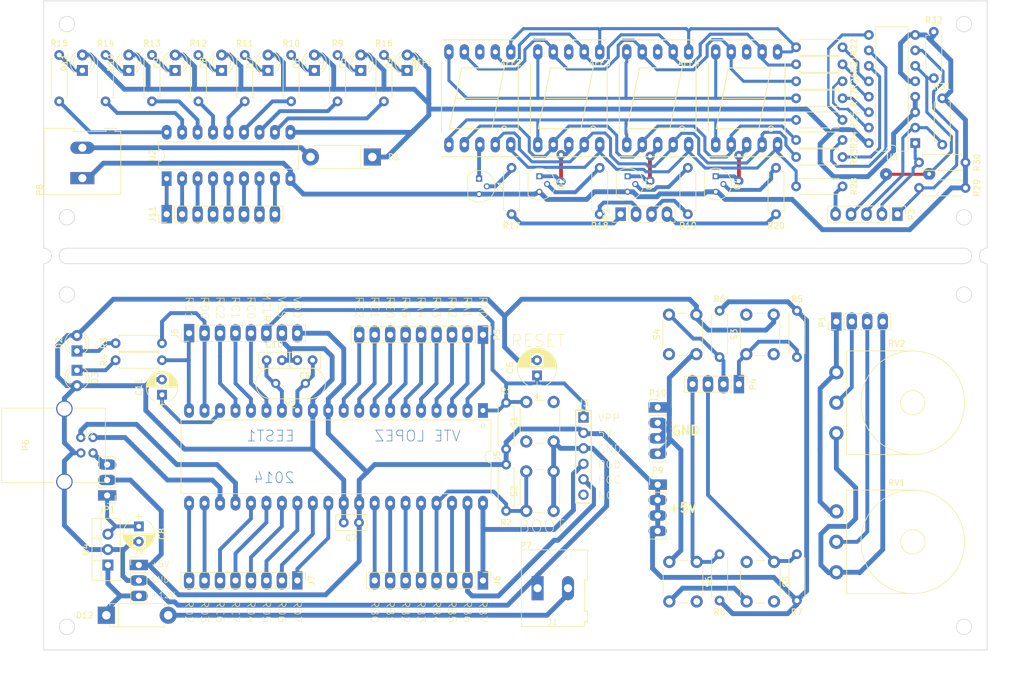
<source format=kicad_pcb>
(kicad_pcb (version 4) (host pcbnew 4.0.7)
  (layers (0 F.Cu signal) (31 B.Cu signal) (34 B.Paste user) (35 F.Paste user) (36 B.SilkS user) (37 F.SilkS user) (38 B.Mask user) (39 F.Mask user) (44 Edge.Cuts user))
  (net 0 "")
  (net 1 RE2)
  (net 2 RE1)
  (net 3 RE0)
  (net 4 RD7)
  (net 5 RD6)
  (net 6 RD5)
  (net 7 RD4)
  (net 8 RD3)
  (net 9 RD2)
  (net 10 RD1)
  (net 11 RD0)
  (net 12 GND)
  (net 13 OSC1)
  (net 14 RA0)
  (net 15 RA1)
  (net 16 RA2)
  (net 17 RA3)
  (net 18 RA4)
  (net 19 RA5)
  (net 20 RB0)
  (net 21 RB1)
  (net 22 RB2)
  (net 23 RB3)
  (net 24 RB4)
  (net 25 RB5)
  (net 26 RC0)
  (net 27 RC1)
  (net 28 RC2)
  (net 29 RC6)
  (net 30 RC7)
  (net 31 +5VUSB)
  (net 32 "Net-(D2-Pad1)")
  (net 33 "Net-(D3-Pad1)")
  (net 34 "Net-(J11-Pad1)")
  (net 35 "Net-(J11-Pad2)")
  (net 36 "Net-(J11-Pad3)")
  (net 37 "Net-(J11-Pad4)")
  (net 38 "Net-(J11-Pad5)")
  (net 39 "Net-(J11-Pad6)")
  (net 40 "Net-(J11-Pad7)")
  (net 41 "Net-(J11-Pad8)")
  (net 42 Boton1)
  (net 43 Boton2)
  (net 44 Boton3)
  (net 45 Boton4)
  (net 46 /e)
  (net 47 /d)
  (net 48 "Net-(AFF1-Pad3)")
  (net 49 /c)
  (net 50 /h)
  (net 51 /b)
  (net 52 /a)
  (net 53 /f)
  (net 54 /g)
  (net 55 "Net-(AFF2-Pad3)")
  (net 56 "Net-(AFF3-Pad3)")
  (net 57 "Net-(AFF4-Pad3)")
  (net 58 /Display_B)
  (net 59 /Display_C)
  (net 60 /Display_D)
  (net 61 /Display_A)
  (net 62 Disp1)
  (net 63 Disp2)
  (net 64 Disp3)
  (net 65 Disp4)
  (net 66 "Net-(Q1-Pad2)")
  (net 67 "Net-(Q2-Pad2)")
  (net 68 "Net-(Q3-Pad2)")
  (net 69 "Net-(Q4-Pad2)")
  (net 70 "Net-(R21-Pad1)")
  (net 71 "Net-(R22-Pad1)")
  (net 72 "Net-(R23-Pad1)")
  (net 73 "Net-(R24-Pad1)")
  (net 74 "Net-(R25-Pad1)")
  (net 75 "Net-(R26-Pad1)")
  (net 76 "Net-(R27-Pad1)")
  (net 77 /DisplayH)
  (net 78 "Net-(R9-Pad2)")
  (net 79 "Net-(R10-Pad2)")
  (net 80 "Net-(R11-Pad2)")
  (net 81 "Net-(R12-Pad2)")
  (net 82 "Net-(R13-Pad2)")
  (net 83 "Net-(R14-Pad2)")
  (net 84 "Net-(R15-Pad2)")
  (net 85 "Net-(R16-Pad2)")
  (net 86 "Net-(P1-Pad2)")
  (net 87 "Net-(P1-Pad3)")
  (net 88 "Net-(D11-Pad1)")
  (net 89 "Net-(D4-Pad1)")
  (net 90 "Net-(D5-Pad1)")
  (net 91 "Net-(D6-Pad1)")
  (net 92 "Net-(D7-Pad1)")
  (net 93 "Net-(D8-Pad1)")
  (net 94 "Net-(D9-Pad1)")
  (net 95 "Net-(D10-Pad1)")
  (net 96 MCRL)
  (net 97 "Net-(C8-Pad1)")
  (net 98 OSC2)
  (net 99 "Net-(C11-Pad1)")
  (net 100 RC4)
  (net 101 RC5)
  (net 102 PGC)
  (net 103 PGD)
  (net 104 VUR)
  (net 105 VDD)
  (net 106 "Net-(AFF1-Pad8)")
  (net 107 "Net-(AFF2-Pad8)")
  (net 108 "Net-(AFF3-Pad8)")
  (net 109 "Net-(AFF4-Pad8)")
  (net 110 "Net-(J3-Pad6)")
  (net 111 +12VFuente)
  (net 112 VrefAnalogica)
  (net 113 "Net-(D1-Pad2)")
  (net 114 -VrefAnalogica)
  (module libreria:TerminalBlock_Altech_AK300-2_P5.00mm (layer F.Cu) (at 147.146 129.54)
    (fp_text reference P7 (at -1.92 -6.99) (layer F.SilkS))
    (fp_text value CONN_01X02)
    (pad 1 thru_hole rect (at 0 0) (size 1.98 3.96) (drill 1.32) (layers *.Cu *.Mask) (net 12 GND))
    (pad 2 thru_hole oval (at 5 0) (size 1.98 3.96) (drill 1.32) (layers *.Cu *.Mask) (net 111 +12VFuente))
  )
  (module libreria:Socket_Strip_Straight_1x09_Pitch2.54mm (layer F.Cu) (at 138.176 87.884 270)
    (fp_text reference P5 (at 0 -2.33 270) (layer F.SilkS))
    (fp_text value CONN_01X09)
    (pad 1 thru_hole rect (at 0 0 270) (size 3 1.7) (drill 1) (layers *.Cu *.Mask) (net 14 RA0))
    (pad 2 thru_hole oval (at 0 2.54 270) (size 3 1.7) (drill 1) (layers *.Cu *.Mask) (net 15 RA1))
    (pad 3 thru_hole oval (at 0 5.08 270) (size 3 1.7) (drill 1) (layers *.Cu *.Mask) (net 16 RA2))
    (pad 4 thru_hole oval (at 0 7.62 270) (size 3 1.7) (drill 1) (layers *.Cu *.Mask) (net 17 RA3))
    (pad 5 thru_hole oval (at 0 10.16 270) (size 3 1.7) (drill 1) (layers *.Cu *.Mask) (net 18 RA4))
    (pad 6 thru_hole oval (at 0 12.7 270) (size 3 1.7) (drill 1) (layers *.Cu *.Mask) (net 19 RA5))
    (pad 7 thru_hole oval (at 0 15.24 270) (size 3 1.7) (drill 1) (layers *.Cu *.Mask) (net 3 RE0))
    (pad 8 thru_hole oval (at 0 17.78 270) (size 3 1.7) (drill 1) (layers *.Cu *.Mask) (net 2 RE1))
    (pad 9 thru_hole oval (at 0 20.32 270) (size 3 1.7) (drill 1) (layers *.Cu *.Mask) (net 1 RE2))
  )
  (module libreria:Pin_Header_Straight_1x03_Pitch2.54mm (layer F.Cu) (at 76.454 114.3 180)
    (fp_text reference JP1 (at 0 -2.33 180) (layer F.SilkS))
    (fp_text value JUMPER3)
    (pad 1 thru_hole rect (at 0 0 180) (size 3 1.7) (drill 1) (layers *.Cu *.Mask) (net 97 "Net-(C8-Pad1)"))
    (pad 2 thru_hole oval (at 0 2.54 180) (size 3 1.7) (drill 1) (layers *.Cu *.Mask) (net 105 VDD))
    (pad 3 thru_hole oval (at 0 5.08 180) (size 3 1.7) (drill 1) (layers *.Cu *.Mask) (net 31 +5VUSB))
  )
  (module libreria:D_5W_P10.16mm_Horizontal (layer F.Cu) (at 76.327 133.985)
    (fp_text reference D12 (at -3.556 0) (layer F.SilkS))
    (fp_text value 1n4004)
    (pad 1 thru_hole rect (at 0 0) (size 2.8 2.8) (drill 1.4) (layers *.Cu *.Mask) (net 104 VUR))
    (pad 2 thru_hole oval (at 10.16 0) (size 2.8 2.8) (drill 1.4) (layers *.Cu *.Mask) (net 111 +12VFuente))
  )
  (module libreria:Pin_Header_Straight_1x03_Pitch2.54mm (layer F.Cu) (at 81.661 125.73)
    (fp_text reference J9 (at 0 -2.33) (layer F.SilkS))
    (fp_text value 3vias)
    (pad 1 thru_hole rect (at 0 0) (size 3 1.7) (drill 1) (layers *.Cu *.Mask) (net 105 VDD))
    (pad 2 thru_hole oval (at 0 2.54) (size 3 1.7) (drill 1) (layers *.Cu *.Mask) (net 12 GND))
    (pad 3 thru_hole oval (at 0 5.08) (size 3 1.7) (drill 1) (layers *.Cu *.Mask) (net 104 VUR))
  )
  (module libreria:Socket_Strip_Straight_1x04_Pitch2.54mm (layer F.Cu) (at 196.215 85.725 90)
    (fp_text reference P1 (at 0 -2.33 90) (layer F.SilkS))
    (fp_text value CONN_01X04)
    (pad 1 thru_hole rect (at 0 0 90) (size 3 1.7) (drill 1) (layers *.Cu *.Mask) (net 114 -VrefAnalogica))
    (pad 2 thru_hole oval (at 0 2.54 90) (size 3 1.7) (drill 1) (layers *.Cu *.Mask) (net 86 "Net-(P1-Pad2)"))
    (pad 3 thru_hole oval (at 0 5.08 90) (size 3 1.7) (drill 1) (layers *.Cu *.Mask) (net 87 "Net-(P1-Pad3)"))
    (pad 4 thru_hole oval (at 0 7.62 90) (size 3 1.7) (drill 1) (layers *.Cu *.Mask) (net 112 VrefAnalogica))
  )
  (module libreria:Socket_Strip_Straight_1x04_Pitch2.54mm (layer F.Cu) (at 180.213 96.012 270)
    (fp_text reference P4 (at 0 -2.33 270) (layer F.SilkS))
    (fp_text value CONN_01X04)
    (pad 1 thru_hole rect (at 0 0 270) (size 3 1.7) (drill 1) (layers *.Cu *.Mask) (net 42 Boton1))
    (pad 2 thru_hole oval (at 0 2.54 270) (size 3 1.7) (drill 1) (layers *.Cu *.Mask) (net 43 Boton2))
    (pad 3 thru_hole oval (at 0 5.08 270) (size 3 1.7) (drill 1) (layers *.Cu *.Mask) (net 44 Boton3))
    (pad 4 thru_hole oval (at 0 7.62 270) (size 3 1.7) (drill 1) (layers *.Cu *.Mask) (net 45 Boton4))
  )
  (module libreria:Socket_Strip_Straight_1x04_Pitch2.54mm (layer F.Cu) (at 166.878 112.522)
    (fp_text reference P9 (at 0 -2.33) (layer F.SilkS))
    (fp_text value CONN_01X04)
    (pad 1 thru_hole rect (at 0 0) (size 3 1.7) (drill 1) (layers *.Cu *.Mask) (net 105 VDD))
    (pad 2 thru_hole oval (at 0 2.54) (size 3 1.7) (drill 1) (layers *.Cu *.Mask) (net 105 VDD))
    (pad 3 thru_hole oval (at 0 5.08) (size 3 1.7) (drill 1) (layers *.Cu *.Mask) (net 105 VDD))
    (pad 4 thru_hole oval (at 0 7.62) (size 3 1.7) (drill 1) (layers *.Cu *.Mask) (net 105 VDD))
  )
  (module libreria:Socket_Strip_Straight_1x04_Pitch2.54mm (layer F.Cu) (at 166.878 99.822)
    (fp_text reference P10 (at 0 -2.33) (layer F.SilkS))
    (fp_text value CONN_01X04)
    (pad 1 thru_hole rect (at 0 0) (size 3 1.7) (drill 1) (layers *.Cu *.Mask) (net 12 GND))
    (pad 2 thru_hole oval (at 0 2.54) (size 3 1.7) (drill 1) (layers *.Cu *.Mask) (net 12 GND))
    (pad 3 thru_hole oval (at 0 5.08) (size 3 1.7) (drill 1) (layers *.Cu *.Mask) (net 12 GND))
    (pad 4 thru_hole oval (at 0 7.62) (size 3 1.7) (drill 1) (layers *.Cu *.Mask) (net 12 GND))
  )
  (module libreria:Crystal_HC49-4H_Vertical (layer F.Cu) (at 109.02 95.885 180)
    (fp_text reference Y2 (at 2.44 -3.525 180) (layer F.SilkS))
    (fp_text value 20MHz)
    (pad 1 thru_hole circle (at 0 0 180) (size 1.5 1.5) (drill 0.8) (layers *.Cu *.Mask) (net 13 OSC1))
    (pad 2 thru_hole circle (at 4.88 0 180) (size 1.5 1.5) (drill 0.8) (layers *.Cu *.Mask) (net 98 OSC2))
  )
  (module libreria:C_Disc_D5.0mm_W2.5mm_P2.50mm (layer F.Cu) (at 102.656 92.075)
    (fp_text reference C10 (at 1.25 -2.56) (layer F.SilkS))
    (fp_text value 22pf)
    (pad 1 thru_hole circle (at 0 0) (size 1.6 1.6) (drill 0.8) (layers *.Cu *.Mask) (net 98 OSC2))
    (pad 2 thru_hole circle (at 2.5 0) (size 1.6 1.6) (drill 0.8) (layers *.Cu *.Mask) (net 12 GND))
  )
  (module libreria:C_Disc_D5.0mm_W2.5mm_P2.50mm (layer F.Cu) (at 110.196 92.075 180)
    (fp_text reference C9 (at 1.25 -2.56 180) (layer F.SilkS))
    (fp_text value 22pf)
    (pad 1 thru_hole circle (at 0 0 180) (size 1.6 1.6) (drill 0.8) (layers *.Cu *.Mask) (net 13 OSC1))
    (pad 2 thru_hole circle (at 2.5 0 180) (size 1.6 1.6) (drill 0.8) (layers *.Cu *.Mask) (net 12 GND))
  )
  (module libreria:CP_Radial_D5.0mm_P2.50mm (layer F.Cu) (at 81.661 119.38 270)
    (fp_text reference C8 (at 1.25 -3.81 270) (layer F.SilkS))
    (fp_text value 47uf)
    (pad 1 thru_hole rect (at 0 0 270) (size 1.6 1.6) (drill 0.8) (layers *.Cu *.Mask) (net 97 "Net-(C8-Pad1)"))
    (pad 2 thru_hole circle (at 2.5 0 270) (size 1.6 1.6) (drill 0.8) (layers *.Cu *.Mask) (net 12 GND))
  )
  (module libreria:CP_Radial_D5.0mm_P2.50mm (layer F.Cu) (at 85.471 97.75 90)
    (fp_text reference C11 (at 1.25 -3.81 90) (layer F.SilkS))
    (fp_text value 1uf)
    (pad 1 thru_hole rect (at 0 0 90) (size 1.6 1.6) (drill 0.8) (layers *.Cu *.Mask) (net 99 "Net-(C11-Pad1)"))
    (pad 2 thru_hole circle (at 2.5 0 90) (size 1.6 1.6) (drill 0.8) (layers *.Cu *.Mask) (net 12 GND))
  )
  (module libreria:CP_Radial_D6.3mm_P2.50mm (layer F.Cu) (at 147.066 94.575 90)
    (fp_text reference C6 (at 1.25 -4.46 90) (layer F.SilkS))
    (fp_text value 10uf)
    (pad 1 thru_hole rect (at 0 0 90) (size 1.6 1.6) (drill 0.8) (layers *.Cu *.Mask) (net 96 MCRL))
    (pad 2 thru_hole circle (at 2.5 0 90) (size 1.6 1.6) (drill 0.8) (layers *.Cu *.Mask) (net 12 GND))
  )
  (module libreria:Socket_Strip_Straight_1x06_Pitch2.54mm (layer F.Cu) (at 154.686 101.473)
    (fp_text reference J3 (at 0 -2.33) (layer F.SilkS))
    (fp_text value ICSP)
    (pad 1 thru_hole rect (at 0 0) (size 1.7 1.7) (drill 1) (layers *.Cu *.Mask) (net 96 MCRL))
    (pad 2 thru_hole oval (at 0 2.54) (size 1.7 1.7) (drill 1) (layers *.Cu *.Mask) (net 105 VDD))
    (pad 3 thru_hole oval (at 0 5.08) (size 1.7 1.7) (drill 1) (layers *.Cu *.Mask) (net 12 GND))
    (pad 4 thru_hole oval (at 0 7.62) (size 1.7 1.7) (drill 1) (layers *.Cu *.Mask) (net 103 PGD))
    (pad 5 thru_hole oval (at 0 10.16) (size 1.7 1.7) (drill 1) (layers *.Cu *.Mask) (net 102 PGC))
    (pad 6 thru_hole oval (at 0 12.7) (size 1.7 1.7) (drill 1) (layers *.Cu *.Mask) (net 110 "Net-(J3-Pad6)"))
  )
  (module libreria:SW_PUSH_6mm_h13mm (layer F.Cu) (at 145.288 105.433 90)
    (fp_text reference S1 (at 3.25 -2 90) (layer F.SilkS))
    (fp_text value "SW DPST_2")
    (pad 2 thru_hole circle (at 0 4.5 180) (size 2 2) (drill 1.1) (layers *.Cu *.Mask) (net 12 GND))
    (pad 1 thru_hole circle (at 0 0 180) (size 2 2) (drill 1.1) (layers *.Cu *.Mask) (net 96 MCRL))
    (pad 2 thru_hole circle (at 6.5 4.5 180) (size 2 2) (drill 1.1) (layers *.Cu *.Mask) (net 12 GND))
    (pad 1 thru_hole circle (at 6.5 0 180) (size 2 2) (drill 1.1) (layers *.Cu *.Mask) (net 96 MCRL))
  )
  (module libreria:SW_PUSH_6mm_h13mm (layer F.Cu) (at 145.288 116.84 90)
    (fp_text reference S2 (at 3.25 -2 90) (layer F.SilkS))
    (fp_text value "SW DPST_2")
    (pad 2 thru_hole circle (at 0 4.5 180) (size 2 2) (drill 1.1) (layers *.Cu *.Mask) (net 12 GND))
    (pad 1 thru_hole circle (at 0 0 180) (size 2 2) (drill 1.1) (layers *.Cu *.Mask) (net 24 RB4))
    (pad 2 thru_hole circle (at 6.5 4.5 180) (size 2 2) (drill 1.1) (layers *.Cu *.Mask) (net 12 GND))
    (pad 1 thru_hole circle (at 6.5 0 180) (size 2 2) (drill 1.1) (layers *.Cu *.Mask) (net 24 RB4))
  )
  (module libreria:SW_PUSH_6mm_h13mm (layer F.Cu) (at 173.283 125.222 270)
    (fp_text reference S6 (at 3.25 -2 270) (layer F.SilkS))
    (fp_text value "SW DPST_2")
    (pad 2 thru_hole circle (at 0 4.5) (size 2 2) (drill 1.1) (layers *.Cu *.Mask) (net 12 GND))
    (pad 1 thru_hole circle (at 0 0) (size 2 2) (drill 1.1) (layers *.Cu *.Mask) (net 45 Boton4))
    (pad 2 thru_hole circle (at 6.5 4.5) (size 2 2) (drill 1.1) (layers *.Cu *.Mask) (net 12 GND))
    (pad 1 thru_hole circle (at 6.5 0) (size 2 2) (drill 1.1) (layers *.Cu *.Mask) (net 45 Boton4))
  )
  (module libreria:SW_PUSH_6mm_h13mm (layer F.Cu) (at 185.983 125.222 270)
    (fp_text reference S5 (at 3.25 -2 270) (layer F.SilkS))
    (fp_text value "SW DPST_2")
    (pad 2 thru_hole circle (at 0 4.5) (size 2 2) (drill 1.1) (layers *.Cu *.Mask) (net 12 GND))
    (pad 1 thru_hole circle (at 0 0) (size 2 2) (drill 1.1) (layers *.Cu *.Mask) (net 44 Boton3))
    (pad 2 thru_hole circle (at 6.5 4.5) (size 2 2) (drill 1.1) (layers *.Cu *.Mask) (net 12 GND))
    (pad 1 thru_hole circle (at 6.5 0) (size 2 2) (drill 1.1) (layers *.Cu *.Mask) (net 44 Boton3))
  )
  (module libreria:SW_PUSH_6mm_h13mm (layer F.Cu) (at 168.728 91.082 90)
    (fp_text reference S4 (at 3.25 -2 90) (layer F.SilkS))
    (fp_text value "SW DPST_2")
    (pad 2 thru_hole circle (at 0 4.5 180) (size 2 2) (drill 1.1) (layers *.Cu *.Mask) (net 12 GND))
    (pad 1 thru_hole circle (at 0 0 180) (size 2 2) (drill 1.1) (layers *.Cu *.Mask) (net 43 Boton2))
    (pad 2 thru_hole circle (at 6.5 4.5 180) (size 2 2) (drill 1.1) (layers *.Cu *.Mask) (net 12 GND))
    (pad 1 thru_hole circle (at 6.5 0 180) (size 2 2) (drill 1.1) (layers *.Cu *.Mask) (net 43 Boton2))
  )
  (module libreria:SW_PUSH_6mm_h13mm (layer F.Cu) (at 181.428 91.082 90)
    (fp_text reference S3 (at 3.25 -2 90) (layer F.SilkS))
    (fp_text value "SW DPST_2")
    (pad 2 thru_hole circle (at 0 4.5 180) (size 2 2) (drill 1.1) (layers *.Cu *.Mask) (net 12 GND))
    (pad 1 thru_hole circle (at 0 0 180) (size 2 2) (drill 1.1) (layers *.Cu *.Mask) (net 42 Boton1))
    (pad 2 thru_hole circle (at 6.5 4.5 180) (size 2 2) (drill 1.1) (layers *.Cu *.Mask) (net 12 GND))
    (pad 1 thru_hole circle (at 6.5 0 180) (size 2 2) (drill 1.1) (layers *.Cu *.Mask) (net 42 Boton1))
  )
  (module libreria:LED_D3.0mm (layer F.Cu) (at 72.39 44.45 90)
    (fp_text reference D11 (at 1.27 -2.96 90) (layer F.SilkS))
    (fp_text value LED)
    (pad 1 thru_hole rect (at 0 0 90) (size 1.8 1.8) (drill 0.9) (layers *.Cu *.Mask) (net 88 "Net-(D11-Pad1)"))
    (pad 2 thru_hole circle (at 2.54 0 90) (size 1.8 1.8) (drill 0.9) (layers *.Cu *.Mask) (net 105 VDD))
  )
  (module libreria:LED_D3.0mm (layer F.Cu) (at 71.501 93.726 270)
    (fp_text reference D3 (at 1.27 -2.96 270) (layer F.SilkS))
    (fp_text value LED)
    (pad 1 thru_hole rect (at 0 0 270) (size 1.8 1.8) (drill 0.9) (layers *.Cu *.Mask) (net 33 "Net-(D3-Pad1)"))
    (pad 2 thru_hole circle (at 2.54 0 270) (size 1.8 1.8) (drill 0.9) (layers *.Cu *.Mask) (net 12 GND))
  )
  (module libreria:LED_D3.0mm (layer F.Cu) (at 71.501 90.551 90)
    (fp_text reference D2 (at 1.27 -2.96 90) (layer F.SilkS))
    (fp_text value LED)
    (pad 1 thru_hole rect (at 0 0 90) (size 1.8 1.8) (drill 0.9) (layers *.Cu *.Mask) (net 32 "Net-(D2-Pad1)"))
    (pad 2 thru_hole circle (at 2.54 0 90) (size 1.8 1.8) (drill 0.9) (layers *.Cu *.Mask) (net 12 GND))
  )
  (module libreria:LED_D3.0mm (layer F.Cu) (at 80.01 44.45 90)
    (fp_text reference D10 (at 1.27 -2.96 90) (layer F.SilkS))
    (fp_text value LED)
    (pad 1 thru_hole rect (at 0 0 90) (size 1.8 1.8) (drill 0.9) (layers *.Cu *.Mask) (net 95 "Net-(D10-Pad1)"))
    (pad 2 thru_hole circle (at 2.54 0 90) (size 1.8 1.8) (drill 0.9) (layers *.Cu *.Mask) (net 105 VDD))
  )
  (module libreria:LED_D3.0mm (layer F.Cu) (at 87.63 44.45 90)
    (fp_text reference D9 (at 1.27 -2.96 90) (layer F.SilkS))
    (fp_text value LED)
    (pad 1 thru_hole rect (at 0 0 90) (size 1.8 1.8) (drill 0.9) (layers *.Cu *.Mask) (net 94 "Net-(D9-Pad1)"))
    (pad 2 thru_hole circle (at 2.54 0 90) (size 1.8 1.8) (drill 0.9) (layers *.Cu *.Mask) (net 105 VDD))
  )
  (module libreria:LED_D3.0mm (layer F.Cu) (at 95.25 44.45 90)
    (fp_text reference D8 (at 1.27 -2.96 90) (layer F.SilkS))
    (fp_text value LED)
    (pad 1 thru_hole rect (at 0 0 90) (size 1.8 1.8) (drill 0.9) (layers *.Cu *.Mask) (net 93 "Net-(D8-Pad1)"))
    (pad 2 thru_hole circle (at 2.54 0 90) (size 1.8 1.8) (drill 0.9) (layers *.Cu *.Mask) (net 105 VDD))
  )
  (module libreria:LED_D3.0mm (layer F.Cu) (at 102.87 44.45 90)
    (fp_text reference D7 (at 1.27 -2.96 90) (layer F.SilkS))
    (fp_text value LED)
    (pad 1 thru_hole rect (at 0 0 90) (size 1.8 1.8) (drill 0.9) (layers *.Cu *.Mask) (net 92 "Net-(D7-Pad1)"))
    (pad 2 thru_hole circle (at 2.54 0 90) (size 1.8 1.8) (drill 0.9) (layers *.Cu *.Mask) (net 105 VDD))
  )
  (module libreria:LED_D3.0mm (layer F.Cu) (at 110.49 44.45 90)
    (fp_text reference D6 (at 1.27 -2.96 90) (layer F.SilkS))
    (fp_text value LED)
    (pad 1 thru_hole rect (at 0 0 90) (size 1.8 1.8) (drill 0.9) (layers *.Cu *.Mask) (net 91 "Net-(D6-Pad1)"))
    (pad 2 thru_hole circle (at 2.54 0 90) (size 1.8 1.8) (drill 0.9) (layers *.Cu *.Mask) (net 105 VDD))
  )
  (module libreria:LED_D3.0mm (layer F.Cu) (at 118.11 44.45 90)
    (fp_text reference D5 (at 1.27 -2.96 90) (layer F.SilkS))
    (fp_text value LED)
    (pad 1 thru_hole rect (at 0 0 90) (size 1.8 1.8) (drill 0.9) (layers *.Cu *.Mask) (net 90 "Net-(D5-Pad1)"))
    (pad 2 thru_hole circle (at 2.54 0 90) (size 1.8 1.8) (drill 0.9) (layers *.Cu *.Mask) (net 105 VDD))
  )
  (module libreria:LED_D3.0mm (layer F.Cu) (at 125.73 44.45 90)
    (fp_text reference D4 (at 1.27 -2.96 90) (layer F.SilkS))
    (fp_text value LED)
    (pad 1 thru_hole rect (at 0 0 90) (size 1.8 1.8) (drill 0.9) (layers *.Cu *.Mask) (net 89 "Net-(D4-Pad1)"))
    (pad 2 thru_hole circle (at 2.54 0 90) (size 1.8 1.8) (drill 0.9) (layers *.Cu *.Mask) (net 105 VDD))
  )
  (module libreria:Socket_Strip_Straight_1x08_Pitch2.54mm (layer F.Cu) (at 86.233 68.072 90)
    (fp_text reference J11 (at 0 -2.33 90) (layer F.SilkS))
    (fp_text value CON8)
    (pad 1 thru_hole rect (at 0 0 90) (size 3 1.7) (drill oval 1) (layers *.Cu *.Mask) (net 34 "Net-(J11-Pad1)"))
    (pad 2 thru_hole oval (at 0 2.54 90) (size 3 1.7) (drill 1) (layers *.Cu *.Mask) (net 35 "Net-(J11-Pad2)"))
    (pad 3 thru_hole oval (at 0 5.08 90) (size 3 1.7) (drill 1) (layers *.Cu *.Mask) (net 36 "Net-(J11-Pad3)"))
    (pad 4 thru_hole oval (at 0 7.62 90) (size 3 1.7) (drill 1) (layers *.Cu *.Mask) (net 37 "Net-(J11-Pad4)"))
    (pad 5 thru_hole oval (at 0 10.16 90) (size 3 1.7) (drill 1) (layers *.Cu *.Mask) (net 38 "Net-(J11-Pad5)"))
    (pad 6 thru_hole oval (at 0 12.7 90) (size 3 1.7) (drill 1) (layers *.Cu *.Mask) (net 39 "Net-(J11-Pad6)"))
    (pad 7 thru_hole oval (at 0 15.24 90) (size 3 1.7) (drill 1) (layers *.Cu *.Mask) (net 40 "Net-(J11-Pad7)"))
    (pad 8 thru_hole oval (at 0 17.78 90) (size 3 1.7) (drill 1) (layers *.Cu *.Mask) (net 41 "Net-(J11-Pad8)"))
  )
  (module libreria:Socket_Strip_Straight_1x08_Pitch2.54mm (layer F.Cu) (at 89.916 87.63 90)
    (fp_text reference J5 (at 0 -2.33 90) (layer F.SilkS))
    (fp_text value CON8)
    (pad 1 thru_hole rect (at 0 0 90) (size 3 1.7) (drill oval 1) (layers *.Cu *.Mask) (net 10 RD1))
    (pad 2 thru_hole oval (at 0 2.54 90) (size 3 1.7) (drill 1) (layers *.Cu *.Mask) (net 11 RD0))
    (pad 3 thru_hole oval (at 0 5.08 90) (size 3 1.7) (drill 1) (layers *.Cu *.Mask) (net 28 RC2))
    (pad 4 thru_hole oval (at 0 7.62 90) (size 3 1.7) (drill 1) (layers *.Cu *.Mask) (net 27 RC1))
    (pad 5 thru_hole oval (at 0 10.16 90) (size 3 1.7) (drill 1) (layers *.Cu *.Mask) (net 26 RC0))
    (pad 6 thru_hole oval (at 0 12.7 90) (size 3 1.7) (drill 1) (layers *.Cu *.Mask) (net 96 MCRL))
    (pad 7 thru_hole oval (at 0 15.24 90) (size 3 1.7) (drill 1) (layers *.Cu *.Mask) (net 12 GND))
    (pad 8 thru_hole oval (at 0 17.78 90) (size 3 1.7) (drill 1) (layers *.Cu *.Mask) (net 105 VDD))
  )
  (module libreria:Socket_Strip_Straight_1x08_Pitch2.54mm (layer F.Cu) (at 138.176 128.27 270)
    (fp_text reference J6 (at 0 -2.33 270) (layer F.SilkS))
    (fp_text value CON8)
    (pad 1 thru_hole rect (at 0 0 270) (size 3 1.7) (drill oval 1) (layers *.Cu *.Mask) (net 103 PGD))
    (pad 2 thru_hole oval (at 0 2.54 270) (size 3 1.7) (drill 1) (layers *.Cu *.Mask) (net 102 PGC))
    (pad 3 thru_hole oval (at 0 5.08 270) (size 3 1.7) (drill 1) (layers *.Cu *.Mask) (net 25 RB5))
    (pad 4 thru_hole oval (at 0 7.62 270) (size 3 1.7) (drill 1) (layers *.Cu *.Mask) (net 24 RB4))
    (pad 5 thru_hole oval (at 0 10.16 270) (size 3 1.7) (drill 1) (layers *.Cu *.Mask) (net 23 RB3))
    (pad 6 thru_hole oval (at 0 12.7 270) (size 3 1.7) (drill 1) (layers *.Cu *.Mask) (net 22 RB2))
    (pad 7 thru_hole oval (at 0 15.24 270) (size 3 1.7) (drill 1) (layers *.Cu *.Mask) (net 21 RB1))
    (pad 8 thru_hole oval (at 0 17.78 270) (size 3 1.7) (drill 1) (layers *.Cu *.Mask) (net 20 RB0))
  )
  (module libreria:R_Axial_DIN0207_L6.3mm_D2.5mm_P7.62mm_Horizontal (layer F.Cu) (at 177.038 131.572 90)
    (fp_text reference R8 (at -1.905 0 180) (layer F.SilkS))
    (fp_text value 10K)
    (pad 1 thru_hole circle (at 0 0 90) (size 1.6 1.6) (drill 0.8) (layers *.Cu *.Mask) (net 105 VDD))
    (pad 2 thru_hole oval (at 7.62 0 90) (size 1.6 1.6) (drill 0.8) (layers *.Cu *.Mask) (net 45 Boton4))
  )
  (module libreria:R_Axial_DIN0207_L6.3mm_D2.5mm_P7.62mm_Horizontal (layer F.Cu) (at 68.58 41.91 270)
    (fp_text reference R15 (at -1.905 0 360) (layer F.SilkS))
    (fp_text value 180)
    (pad 1 thru_hole circle (at 0 0 270) (size 1.6 1.6) (drill 0.8) (layers *.Cu *.Mask) (net 88 "Net-(D11-Pad1)"))
    (pad 2 thru_hole oval (at 7.62 0 270) (size 1.6 1.6) (drill 0.8) (layers *.Cu *.Mask) (net 84 "Net-(R15-Pad2)"))
  )
  (module libreria:R_Axial_DIN0207_L6.3mm_D2.5mm_P7.62mm_Horizontal (layer F.Cu) (at 121.92 41.91 270)
    (fp_text reference R16 (at -1.905 0 360) (layer F.SilkS))
    (fp_text value 180)
    (pad 1 thru_hole circle (at 0 0 270) (size 1.6 1.6) (drill 0.8) (layers *.Cu *.Mask) (net 89 "Net-(D4-Pad1)"))
    (pad 2 thru_hole oval (at 7.62 0 270) (size 1.6 1.6) (drill 0.8) (layers *.Cu *.Mask) (net 85 "Net-(R16-Pad2)"))
  )
  (module libreria:R_Axial_DIN0207_L6.3mm_D2.5mm_P7.62mm_Horizontal (layer F.Cu) (at 83.82 41.91 270)
    (fp_text reference R13 (at -1.905 0 360) (layer F.SilkS))
    (fp_text value 180)
    (pad 1 thru_hole circle (at 0 0 270) (size 1.6 1.6) (drill 0.8) (layers *.Cu *.Mask) (net 94 "Net-(D9-Pad1)"))
    (pad 2 thru_hole oval (at 7.62 0 270) (size 1.6 1.6) (drill 0.8) (layers *.Cu *.Mask) (net 82 "Net-(R13-Pad2)"))
  )
  (module libreria:R_Axial_DIN0207_L6.3mm_D2.5mm_P7.62mm_Horizontal (layer F.Cu) (at 91.44 41.91 270)
    (fp_text reference R12 (at -1.905 0 360) (layer F.SilkS))
    (fp_text value 180)
    (pad 1 thru_hole circle (at 0 0 270) (size 1.6 1.6) (drill 0.8) (layers *.Cu *.Mask) (net 93 "Net-(D8-Pad1)"))
    (pad 2 thru_hole oval (at 7.62 0 270) (size 1.6 1.6) (drill 0.8) (layers *.Cu *.Mask) (net 81 "Net-(R12-Pad2)"))
  )
  (module libreria:R_Axial_DIN0207_L6.3mm_D2.5mm_P7.62mm_Horizontal (layer F.Cu) (at 99.06 41.91 270)
    (fp_text reference R11 (at -1.905 0 360) (layer F.SilkS))
    (fp_text value 180)
    (pad 1 thru_hole circle (at 0 0 270) (size 1.6 1.6) (drill 0.8) (layers *.Cu *.Mask) (net 92 "Net-(D7-Pad1)"))
    (pad 2 thru_hole oval (at 7.62 0 270) (size 1.6 1.6) (drill 0.8) (layers *.Cu *.Mask) (net 80 "Net-(R11-Pad2)"))
  )
  (module libreria:R_Axial_DIN0207_L6.3mm_D2.5mm_P7.62mm_Horizontal (layer F.Cu) (at 106.68 41.91 270)
    (fp_text reference R10 (at -1.905 0 360) (layer F.SilkS))
    (fp_text value 180)
    (pad 1 thru_hole circle (at 0 0 270) (size 1.6 1.6) (drill 0.8) (layers *.Cu *.Mask) (net 91 "Net-(D6-Pad1)"))
    (pad 2 thru_hole oval (at 7.62 0 270) (size 1.6 1.6) (drill 0.8) (layers *.Cu *.Mask) (net 79 "Net-(R10-Pad2)"))
  )
  (module libreria:R_Axial_DIN0207_L6.3mm_D2.5mm_P7.62mm_Horizontal (layer F.Cu) (at 114.3 41.91 270)
    (fp_text reference R9 (at -1.905 0 360) (layer F.SilkS))
    (fp_text value 180)
    (pad 1 thru_hole circle (at 0 0 270) (size 1.6 1.6) (drill 0.8) (layers *.Cu *.Mask) (net 90 "Net-(D5-Pad1)"))
    (pad 2 thru_hole oval (at 7.62 0 270) (size 1.6 1.6) (drill 0.8) (layers *.Cu *.Mask) (net 78 "Net-(R9-Pad2)"))
  )
  (module libreria:R_Axial_DIN0207_L6.3mm_D2.5mm_P7.62mm_Horizontal (layer F.Cu) (at 77.851 92.075)
    (fp_text reference R4 (at -1.905 0 90) (layer F.SilkS))
    (fp_text value 470)
    (pad 1 thru_hole circle (at 0 0) (size 1.6 1.6) (drill 0.8) (layers *.Cu *.Mask) (net 33 "Net-(D3-Pad1)"))
    (pad 2 thru_hole oval (at 7.62 0) (size 1.6 1.6) (drill 0.8) (layers *.Cu *.Mask) (net 10 RD1))
  )
  (module libreria:R_Axial_DIN0207_L6.3mm_D2.5mm_P7.62mm_Horizontal (layer F.Cu) (at 77.851 89.281)
    (fp_text reference R3 (at -1.905 0 90) (layer F.SilkS))
    (fp_text value 470)
    (pad 1 thru_hole circle (at 0 0) (size 1.6 1.6) (drill 0.8) (layers *.Cu *.Mask) (net 32 "Net-(D2-Pad1)"))
    (pad 2 thru_hole oval (at 7.62 0) (size 1.6 1.6) (drill 0.8) (layers *.Cu *.Mask) (net 11 RD0))
  )
  (module libreria:R_Axial_DIN0207_L6.3mm_D2.5mm_P7.62mm_Horizontal (layer F.Cu) (at 157.353 68.072 90)
    (fp_text reference R18 (at -1.905 0 180) (layer F.SilkS))
    (fp_text value 1200)
    (pad 1 thru_hole circle (at 0 0 90) (size 1.6 1.6) (drill 0.8) (layers *.Cu *.Mask) (net 63 Disp2))
    (pad 2 thru_hole oval (at 7.62 0 90) (size 1.6 1.6) (drill 0.8) (layers *.Cu *.Mask) (net 67 "Net-(Q2-Pad2)"))
  )
  (module libreria:R_Axial_DIN0207_L6.3mm_D2.5mm_P7.62mm_Horizontal (layer F.Cu) (at 142.875 68.072 90)
    (fp_text reference R17 (at -1.905 0 180) (layer F.SilkS))
    (fp_text value 1200)
    (pad 1 thru_hole circle (at 0 0 90) (size 1.6 1.6) (drill 0.8) (layers *.Cu *.Mask) (net 62 Disp1))
    (pad 2 thru_hole oval (at 7.62 0 90) (size 1.6 1.6) (drill 0.8) (layers *.Cu *.Mask) (net 66 "Net-(Q1-Pad2)"))
  )
  (module libreria:R_Axial_DIN0207_L6.3mm_D2.5mm_P7.62mm_Horizontal (layer F.Cu) (at 171.831 68.072 90)
    (fp_text reference R19 (at -1.905 0 180) (layer F.SilkS))
    (fp_text value 1200)
    (pad 1 thru_hole circle (at 0 0 90) (size 1.6 1.6) (drill 0.8) (layers *.Cu *.Mask) (net 64 Disp3))
    (pad 2 thru_hole oval (at 7.62 0 90) (size 1.6 1.6) (drill 0.8) (layers *.Cu *.Mask) (net 68 "Net-(Q3-Pad2)"))
  )
  (module libreria:R_Axial_DIN0207_L6.3mm_D2.5mm_P7.62mm_Horizontal (layer F.Cu) (at 186.309 68.072 90)
    (fp_text reference R20 (at -1.905 0 180) (layer F.SilkS))
    (fp_text value 1200)
    (pad 1 thru_hole circle (at 0 0 90) (size 1.6 1.6) (drill 0.8) (layers *.Cu *.Mask) (net 65 Disp4))
    (pad 2 thru_hole oval (at 7.62 0 90) (size 1.6 1.6) (drill 0.8) (layers *.Cu *.Mask) (net 69 "Net-(Q4-Pad2)"))
  )
  (module libreria:R_Axial_DIN0207_L6.3mm_D2.5mm_P7.62mm_Horizontal (layer F.Cu) (at 197.231 43.434 180)
    (fp_text reference R21 (at -1.905 0 270) (layer F.SilkS))
    (fp_text value 180)
    (pad 1 thru_hole circle (at 0 0 180) (size 1.6 1.6) (drill 0.8) (layers *.Cu *.Mask) (net 70 "Net-(R21-Pad1)"))
    (pad 2 thru_hole oval (at 7.62 0 180) (size 1.6 1.6) (drill 0.8) (layers *.Cu *.Mask) (net 52 /a))
  )
  (module libreria:R_Axial_DIN0207_L6.3mm_D2.5mm_P7.62mm_Horizontal (layer F.Cu) (at 197.231 40.64 180)
    (fp_text reference R22 (at -1.905 0 270) (layer F.SilkS))
    (fp_text value 180)
    (pad 1 thru_hole circle (at 0 0 180) (size 1.6 1.6) (drill 0.8) (layers *.Cu *.Mask) (net 71 "Net-(R22-Pad1)"))
    (pad 2 thru_hole oval (at 7.62 0 180) (size 1.6 1.6) (drill 0.8) (layers *.Cu *.Mask) (net 51 /b))
  )
  (module libreria:R_Axial_DIN0207_L6.3mm_D2.5mm_P7.62mm_Horizontal (layer F.Cu) (at 197.231 58.674 180)
    (fp_text reference R23 (at -1.905 0 270) (layer F.SilkS))
    (fp_text value 180)
    (pad 1 thru_hole circle (at 0 0 180) (size 1.6 1.6) (drill 0.8) (layers *.Cu *.Mask) (net 72 "Net-(R23-Pad1)"))
    (pad 2 thru_hole oval (at 7.62 0 180) (size 1.6 1.6) (drill 0.8) (layers *.Cu *.Mask) (net 49 /c))
  )
  (module libreria:R_Axial_DIN0207_L6.3mm_D2.5mm_P7.62mm_Horizontal (layer F.Cu) (at 197.231 55.88 180)
    (fp_text reference R24 (at -1.905 0 270) (layer F.SilkS))
    (fp_text value 180)
    (pad 1 thru_hole circle (at 0 0 180) (size 1.6 1.6) (drill 0.8) (layers *.Cu *.Mask) (net 73 "Net-(R24-Pad1)"))
    (pad 2 thru_hole oval (at 7.62 0 180) (size 1.6 1.6) (drill 0.8) (layers *.Cu *.Mask) (net 47 /d))
  )
  (module libreria:R_Axial_DIN0207_L6.3mm_D2.5mm_P7.62mm_Horizontal (layer F.Cu) (at 197.231 52.578 180)
    (fp_text reference R25 (at -1.905 0 270) (layer F.SilkS))
    (fp_text value 180)
    (pad 1 thru_hole circle (at 0 0 180) (size 1.6 1.6) (drill 0.8) (layers *.Cu *.Mask) (net 74 "Net-(R25-Pad1)"))
    (pad 2 thru_hole oval (at 7.62 0 180) (size 1.6 1.6) (drill 0.8) (layers *.Cu *.Mask) (net 46 /e))
  )
  (module libreria:R_Axial_DIN0207_L6.3mm_D2.5mm_P7.62mm_Horizontal (layer F.Cu) (at 197.231 46.228 180)
    (fp_text reference R26 (at -1.905 0 270) (layer F.SilkS))
    (fp_text value 180)
    (pad 1 thru_hole circle (at 0 0 180) (size 1.6 1.6) (drill 0.8) (layers *.Cu *.Mask) (net 75 "Net-(R26-Pad1)"))
    (pad 2 thru_hole oval (at 7.62 0 180) (size 1.6 1.6) (drill 0.8) (layers *.Cu *.Mask) (net 53 /f))
  )
  (module libreria:R_Axial_DIN0207_L6.3mm_D2.5mm_P7.62mm_Horizontal (layer F.Cu) (at 197.231 49.022 180)
    (fp_text reference R27 (at -1.905 0 270) (layer F.SilkS))
    (fp_text value 180)
    (pad 1 thru_hole circle (at 0 0 180) (size 1.6 1.6) (drill 0.8) (layers *.Cu *.Mask) (net 76 "Net-(R27-Pad1)"))
    (pad 2 thru_hole oval (at 7.62 0 180) (size 1.6 1.6) (drill 0.8) (layers *.Cu *.Mask) (net 54 /g))
  )
  (module libreria:R_Axial_DIN0207_L6.3mm_D2.5mm_P7.62mm_Horizontal (layer F.Cu) (at 197.231 63.5 180)
    (fp_text reference R28 (at -1.905 0 270) (layer F.SilkS))
    (fp_text value 180)
    (pad 1 thru_hole circle (at 0 0 180) (size 1.6 1.6) (drill 0.8) (layers *.Cu *.Mask) (net 77 /DisplayH))
    (pad 2 thru_hole oval (at 7.62 0 180) (size 1.6 1.6) (drill 0.8) (layers *.Cu *.Mask) (net 50 /h))
  )
  (module libreria:R_Axial_DIN0207_L6.3mm_D2.5mm_P7.62mm_Horizontal (layer F.Cu) (at 141.986 116.84 90)
    (fp_text reference R2 (at -1.905 0 180) (layer F.SilkS))
    (fp_text value 10K)
    (pad 1 thru_hole circle (at 0 0 90) (size 1.6 1.6) (drill 0.8) (layers *.Cu *.Mask) (net 24 RB4))
    (pad 2 thru_hole oval (at 7.62 0 90) (size 1.6 1.6) (drill 0.8) (layers *.Cu *.Mask) (net 105 VDD))
  )
  (module libreria:R_Axial_DIN0207_L6.3mm_D2.5mm_P7.62mm_Horizontal (layer F.Cu) (at 141.986 99.06 270)
    (fp_text reference R1 (at -1.905 0 360) (layer F.SilkS))
    (fp_text value 10K)
    (pad 1 thru_hole circle (at 0 0 270) (size 1.6 1.6) (drill 0.8) (layers *.Cu *.Mask) (net 96 MCRL))
    (pad 2 thru_hole oval (at 7.62 0 270) (size 1.6 1.6) (drill 0.8) (layers *.Cu *.Mask) (net 105 VDD))
  )
  (module libreria:R_Axial_DIN0207_L6.3mm_D2.5mm_P7.62mm_Horizontal (layer F.Cu) (at 189.738 131.572 90)
    (fp_text reference R7 (at -1.905 0 180) (layer F.SilkS))
    (fp_text value 10K)
    (pad 1 thru_hole circle (at 0 0 90) (size 1.6 1.6) (drill 0.8) (layers *.Cu *.Mask) (net 105 VDD))
    (pad 2 thru_hole oval (at 7.62 0 90) (size 1.6 1.6) (drill 0.8) (layers *.Cu *.Mask) (net 44 Boton3))
  )
  (module libreria:R_Axial_DIN0207_L6.3mm_D2.5mm_P7.62mm_Horizontal (layer F.Cu) (at 189.738 83.947 270)
    (fp_text reference R5 (at -1.905 0 360) (layer F.SilkS))
    (fp_text value 10K)
    (pad 1 thru_hole circle (at 0 0 270) (size 1.6 1.6) (drill 0.8) (layers *.Cu *.Mask) (net 105 VDD))
    (pad 2 thru_hole oval (at 7.62 0 270) (size 1.6 1.6) (drill 0.8) (layers *.Cu *.Mask) (net 42 Boton1))
  )
  (module libreria:R_Axial_DIN0207_L6.3mm_D2.5mm_P7.62mm_Horizontal (layer F.Cu) (at 177.038 83.947 270)
    (fp_text reference R6 (at -1.905 0 360) (layer F.SilkS))
    (fp_text value 10K)
    (pad 1 thru_hole circle (at 0 0 270) (size 1.6 1.6) (drill 0.8) (layers *.Cu *.Mask) (net 105 VDD))
    (pad 2 thru_hole oval (at 7.62 0 270) (size 1.6 1.6) (drill 0.8) (layers *.Cu *.Mask) (net 43 Boton2))
  )
  (module libreria:R_Axial_DIN0207_L6.3mm_D2.5mm_P7.62mm_Horizontal (layer F.Cu) (at 217.424 63.754 180)
    (fp_text reference R29 (at -1.905 0 270) (layer F.SilkS))
    (fp_text value 10k)
    (pad 1 thru_hole circle (at 0 0 180) (size 1.6 1.6) (drill 0.8) (layers *.Cu *.Mask) (net 12 GND))
    (pad 2 thru_hole oval (at 7.62 0 180) (size 1.6 1.6) (drill 0.8) (layers *.Cu *.Mask) (net 61 /Display_A))
  )
  (module libreria:R_Axial_DIN0207_L6.3mm_D2.5mm_P7.62mm_Horizontal (layer F.Cu) (at 217.424 59.563 180)
    (fp_text reference R30 (at -1.905 0 270) (layer F.SilkS))
    (fp_text value 10k)
    (pad 1 thru_hole circle (at 0 0 180) (size 1.6 1.6) (drill 0.8) (layers *.Cu *.Mask) (net 12 GND))
    (pad 2 thru_hole oval (at 7.62 0 180) (size 1.6 1.6) (drill 0.8) (layers *.Cu *.Mask) (net 58 /Display_B))
  )
  (module libreria:R_Axial_DIN0207_L6.3mm_D2.5mm_P7.62mm_Horizontal (layer F.Cu) (at 213.614 49.022 270)
    (fp_text reference R31 (at -1.905 0 360) (layer F.SilkS))
    (fp_text value 10k)
    (pad 1 thru_hole circle (at 0 0 270) (size 1.6 1.6) (drill 0.8) (layers *.Cu *.Mask) (net 12 GND))
    (pad 2 thru_hole oval (at 7.62 0 270) (size 1.6 1.6) (drill 0.8) (layers *.Cu *.Mask) (net 59 /Display_C))
  )
  (module libreria:R_Axial_DIN0207_L6.3mm_D2.5mm_P7.62mm_Horizontal (layer F.Cu) (at 212.217 38.1 270)
    (fp_text reference R32 (at -1.905 0 360) (layer F.SilkS))
    (fp_text value 10k)
    (pad 1 thru_hole circle (at 0 0 270) (size 1.6 1.6) (drill 0.8) (layers *.Cu *.Mask) (net 12 GND))
    (pad 2 thru_hole oval (at 7.62 0 270) (size 1.6 1.6) (drill 0.8) (layers *.Cu *.Mask) (net 60 /Display_D))
  )
  (module libreria:R_Axial_DIN0207_L6.3mm_D2.5mm_P7.62mm_Horizontal (layer F.Cu) (at 76.2 41.91 270)
    (fp_text reference R14 (at -1.905 0 360) (layer F.SilkS))
    (fp_text value 180)
    (pad 1 thru_hole circle (at 0 0 270) (size 1.6 1.6) (drill 0.8) (layers *.Cu *.Mask) (net 95 "Net-(D10-Pad1)"))
    (pad 2 thru_hole oval (at 7.62 0 270) (size 1.6 1.6) (drill 0.8) (layers *.Cu *.Mask) (net 83 "Net-(R14-Pad2)"))
  )
  (module libreria:TerminalBlock_Altech_AK300-2_P5.00mm (layer F.Cu) (at 72.39 62.15 90)
    (fp_text reference P8 (at -1.92 -6.99 90) (layer F.SilkS))
    (fp_text value CONN_01X02)
    (pad 1 thru_hole rect (at 0 0 90) (size 1.98 3.96) (drill 1.32) (layers *.Cu *.Mask) (net 12 GND))
    (pad 2 thru_hole oval (at 5 0 90) (size 1.98 3.96) (drill 1.32) (layers *.Cu *.Mask) (net 113 "Net-(D1-Pad2)"))
  )
  (module libreria:DIP-40_W15.24mm_LongPads (layer F.Cu) (at 138.176 100.33 270)
    (fp_text reference U5 (at 7.62 -2.33 270) (layer F.SilkS))
    (fp_text value "PIC18(L)F4550-I/P")
    (pad 1 thru_hole rect (at 0 0 270) (size 2.4 1.6) (drill 0.8) (layers *.Cu *.Mask) (net 96 MCRL))
    (pad 21 thru_hole oval (at 15.24 48.26 270) (size 2.4 1.6) (drill 0.8) (layers *.Cu *.Mask) (net 9 RD2))
    (pad 2 thru_hole oval (at 0 2.54 270) (size 2.4 1.6) (drill 0.8) (layers *.Cu *.Mask) (net 14 RA0))
    (pad 22 thru_hole oval (at 15.24 45.72 270) (size 2.4 1.6) (drill 0.8) (layers *.Cu *.Mask) (net 8 RD3))
    (pad 3 thru_hole oval (at 0 5.08 270) (size 2.4 1.6) (drill 0.8) (layers *.Cu *.Mask) (net 15 RA1))
    (pad 23 thru_hole oval (at 15.24 43.18 270) (size 2.4 1.6) (drill 0.8) (layers *.Cu *.Mask) (net 100 RC4))
    (pad 4 thru_hole oval (at 0 7.62 270) (size 2.4 1.6) (drill 0.8) (layers *.Cu *.Mask) (net 16 RA2))
    (pad 24 thru_hole oval (at 15.24 40.64 270) (size 2.4 1.6) (drill 0.8) (layers *.Cu *.Mask) (net 101 RC5))
    (pad 5 thru_hole oval (at 0 10.16 270) (size 2.4 1.6) (drill 0.8) (layers *.Cu *.Mask) (net 17 RA3))
    (pad 25 thru_hole oval (at 15.24 38.1 270) (size 2.4 1.6) (drill 0.8) (layers *.Cu *.Mask) (net 29 RC6))
    (pad 6 thru_hole oval (at 0 12.7 270) (size 2.4 1.6) (drill 0.8) (layers *.Cu *.Mask) (net 18 RA4))
    (pad 26 thru_hole oval (at 15.24 35.56 270) (size 2.4 1.6) (drill 0.8) (layers *.Cu *.Mask) (net 30 RC7))
    (pad 7 thru_hole oval (at 0 15.24 270) (size 2.4 1.6) (drill 0.8) (layers *.Cu *.Mask) (net 19 RA5))
    (pad 27 thru_hole oval (at 15.24 33.02 270) (size 2.4 1.6) (drill 0.8) (layers *.Cu *.Mask) (net 7 RD4))
    (pad 8 thru_hole oval (at 0 17.78 270) (size 2.4 1.6) (drill 0.8) (layers *.Cu *.Mask) (net 3 RE0))
    (pad 28 thru_hole oval (at 15.24 30.48 270) (size 2.4 1.6) (drill 0.8) (layers *.Cu *.Mask) (net 6 RD5))
    (pad 9 thru_hole oval (at 0 20.32 270) (size 2.4 1.6) (drill 0.8) (layers *.Cu *.Mask) (net 2 RE1))
    (pad 29 thru_hole oval (at 15.24 27.94 270) (size 2.4 1.6) (drill 0.8) (layers *.Cu *.Mask) (net 5 RD6))
    (pad 10 thru_hole oval (at 0 22.86 270) (size 2.4 1.6) (drill 0.8) (layers *.Cu *.Mask) (net 1 RE2))
    (pad 30 thru_hole oval (at 15.24 25.4 270) (size 2.4 1.6) (drill 0.8) (layers *.Cu *.Mask) (net 4 RD7))
    (pad 11 thru_hole oval (at 0 25.4 270) (size 2.4 1.6) (drill 0.8) (layers *.Cu *.Mask) (net 105 VDD))
    (pad 31 thru_hole oval (at 15.24 22.86 270) (size 2.4 1.6) (drill 0.8) (layers *.Cu *.Mask) (net 12 GND))
    (pad 12 thru_hole oval (at 0 27.94 270) (size 2.4 1.6) (drill 0.8) (layers *.Cu *.Mask) (net 12 GND))
    (pad 32 thru_hole oval (at 15.24 20.32 270) (size 2.4 1.6) (drill 0.8) (layers *.Cu *.Mask) (net 105 VDD))
    (pad 13 thru_hole oval (at 0 30.48 270) (size 2.4 1.6) (drill 0.8) (layers *.Cu *.Mask) (net 13 OSC1))
    (pad 33 thru_hole oval (at 15.24 17.78 270) (size 2.4 1.6) (drill 0.8) (layers *.Cu *.Mask) (net 20 RB0))
    (pad 14 thru_hole oval (at 0 33.02 270) (size 2.4 1.6) (drill 0.8) (layers *.Cu *.Mask) (net 98 OSC2))
    (pad 34 thru_hole oval (at 15.24 15.24 270) (size 2.4 1.6) (drill 0.8) (layers *.Cu *.Mask) (net 21 RB1))
    (pad 15 thru_hole oval (at 0 35.56 270) (size 2.4 1.6) (drill 0.8) (layers *.Cu *.Mask) (net 26 RC0))
    (pad 35 thru_hole oval (at 15.24 12.7 270) (size 2.4 1.6) (drill 0.8) (layers *.Cu *.Mask) (net 22 RB2))
    (pad 16 thru_hole oval (at 0 38.1 270) (size 2.4 1.6) (drill 0.8) (layers *.Cu *.Mask) (net 27 RC1))
    (pad 36 thru_hole oval (at 15.24 10.16 270) (size 2.4 1.6) (drill 0.8) (layers *.Cu *.Mask) (net 23 RB3))
    (pad 17 thru_hole oval (at 0 40.64 270) (size 2.4 1.6) (drill 0.8) (layers *.Cu *.Mask) (net 28 RC2))
    (pad 37 thru_hole oval (at 15.24 7.62 270) (size 2.4 1.6) (drill 0.8) (layers *.Cu *.Mask) (net 24 RB4))
    (pad 18 thru_hole oval (at 0 43.18 270) (size 2.4 1.6) (drill 0.8) (layers *.Cu *.Mask) (net 99 "Net-(C11-Pad1)"))
    (pad 38 thru_hole oval (at 15.24 5.08 270) (size 2.4 1.6) (drill 0.8) (layers *.Cu *.Mask) (net 25 RB5))
    (pad 19 thru_hole oval (at 0 45.72 270) (size 2.4 1.6) (drill 0.8) (layers *.Cu *.Mask) (net 11 RD0))
    (pad 39 thru_hole oval (at 15.24 2.54 270) (size 2.4 1.6) (drill 0.8) (layers *.Cu *.Mask) (net 102 PGC))
    (pad 20 thru_hole oval (at 0 48.26 270) (size 2.4 1.6) (drill 0.8) (layers *.Cu *.Mask) (net 10 RD1))
    (pad 40 thru_hole oval (at 15.24 0 270) (size 2.4 1.6) (drill 0.8) (layers *.Cu *.Mask) (net 103 PGD))
  )
  (module libreria:TO-220-3_Vertical (layer F.Cu) (at 76.581 125.73 90)
    (fp_text reference U4 (at 2.54 -3.62 90) (layer F.SilkS))
    (fp_text value LM7805)
    (pad 1 thru_hole rect (at 0 0 90) (size 1.8 1.8) (drill 1) (layers *.Cu *.Mask) (net 104 VUR))
    (pad 2 thru_hole oval (at 2.54 0 90) (size 1.8 1.8) (drill 1) (layers *.Cu *.Mask) (net 12 GND))
    (pad 3 thru_hole oval (at 5.08 0 90) (size 1.8 1.8) (drill 1) (layers *.Cu *.Mask) (net 97 "Net-(C8-Pad1)"))
  )
  (module libreria:DIP-16_W7.62mm (layer F.Cu) (at 209.169 56.388 180)
    (fp_text reference U3 (at 3.81 -2.33 180) (layer F.SilkS))
    (fp_text value 4511)
    (pad 1 thru_hole rect (at 0 0 180) (size 1.6 1.6) (drill 0.8) (layers *.Cu *.Mask) (net 58 /Display_B))
    (pad 9 thru_hole oval (at 7.62 17.78 180) (size 1.6 1.6) (drill 0.8) (layers *.Cu *.Mask) (net 74 "Net-(R25-Pad1)"))
    (pad 2 thru_hole oval (at 0 2.54 180) (size 1.6 1.6) (drill 0.8) (layers *.Cu *.Mask) (net 59 /Display_C))
    (pad 10 thru_hole oval (at 7.62 15.24 180) (size 1.6 1.6) (drill 0.8) (layers *.Cu *.Mask) (net 73 "Net-(R24-Pad1)"))
    (pad 3 thru_hole oval (at 0 5.08 180) (size 1.6 1.6) (drill 0.8) (layers *.Cu *.Mask) (net 105 VDD))
    (pad 11 thru_hole oval (at 7.62 12.7 180) (size 1.6 1.6) (drill 0.8) (layers *.Cu *.Mask) (net 72 "Net-(R23-Pad1)"))
    (pad 4 thru_hole oval (at 0 7.62 180) (size 1.6 1.6) (drill 0.8) (layers *.Cu *.Mask) (net 105 VDD))
    (pad 12 thru_hole oval (at 7.62 10.16 180) (size 1.6 1.6) (drill 0.8) (layers *.Cu *.Mask) (net 71 "Net-(R22-Pad1)"))
    (pad 5 thru_hole oval (at 0 10.16 180) (size 1.6 1.6) (drill 0.8) (layers *.Cu *.Mask) (net 12 GND))
    (pad 13 thru_hole oval (at 7.62 7.62 180) (size 1.6 1.6) (drill 0.8) (layers *.Cu *.Mask) (net 70 "Net-(R21-Pad1)"))
    (pad 6 thru_hole oval (at 0 12.7 180) (size 1.6 1.6) (drill 0.8) (layers *.Cu *.Mask) (net 60 /Display_D))
    (pad 14 thru_hole oval (at 7.62 5.08 180) (size 1.6 1.6) (drill 0.8) (layers *.Cu *.Mask) (net 76 "Net-(R27-Pad1)"))
    (pad 7 thru_hole oval (at 0 15.24 180) (size 1.6 1.6) (drill 0.8) (layers *.Cu *.Mask) (net 61 /Display_A))
    (pad 15 thru_hole oval (at 7.62 2.54 180) (size 1.6 1.6) (drill 0.8) (layers *.Cu *.Mask) (net 75 "Net-(R26-Pad1)"))
    (pad 8 thru_hole oval (at 0 17.78 180) (size 1.6 1.6) (drill 0.8) (layers *.Cu *.Mask) (net 12 GND))
    (pad 16 thru_hole oval (at 7.62 0 180) (size 1.6 1.6) (drill 0.8) (layers *.Cu *.Mask) (net 105 VDD))
  )
  (module libreria:DIP-18_W7.62mm_LongPads (layer F.Cu) (at 86.233 62.23 90)
    (fp_text reference U2 (at 3.81 -2.33 90) (layer F.SilkS))
    (fp_text value ULN2803)
    (pad 1 thru_hole rect (at 0 0 90) (size 2.4 1.6) (drill 0.8) (layers *.Cu *.Mask) (net 34 "Net-(J11-Pad1)"))
    (pad 10 thru_hole oval (at 7.62 20.32 90) (size 2.4 1.6) (drill 0.8) (layers *.Cu *.Mask) (net 105 VDD))
    (pad 2 thru_hole oval (at 0 2.54 90) (size 2.4 1.6) (drill 0.8) (layers *.Cu *.Mask) (net 35 "Net-(J11-Pad2)"))
    (pad 11 thru_hole oval (at 7.62 17.78 90) (size 2.4 1.6) (drill 0.8) (layers *.Cu *.Mask) (net 85 "Net-(R16-Pad2)"))
    (pad 3 thru_hole oval (at 0 5.08 90) (size 2.4 1.6) (drill 0.8) (layers *.Cu *.Mask) (net 36 "Net-(J11-Pad3)"))
    (pad 12 thru_hole oval (at 7.62 15.24 90) (size 2.4 1.6) (drill 0.8) (layers *.Cu *.Mask) (net 78 "Net-(R9-Pad2)"))
    (pad 4 thru_hole oval (at 0 7.62 90) (size 2.4 1.6) (drill 0.8) (layers *.Cu *.Mask) (net 37 "Net-(J11-Pad4)"))
    (pad 13 thru_hole oval (at 7.62 12.7 90) (size 2.4 1.6) (drill 0.8) (layers *.Cu *.Mask) (net 79 "Net-(R10-Pad2)"))
    (pad 5 thru_hole oval (at 0 10.16 90) (size 2.4 1.6) (drill 0.8) (layers *.Cu *.Mask) (net 38 "Net-(J11-Pad5)"))
    (pad 14 thru_hole oval (at 7.62 10.16 90) (size 2.4 1.6) (drill 0.8) (layers *.Cu *.Mask) (net 80 "Net-(R11-Pad2)"))
    (pad 6 thru_hole oval (at 0 12.7 90) (size 2.4 1.6) (drill 0.8) (layers *.Cu *.Mask) (net 39 "Net-(J11-Pad6)"))
    (pad 15 thru_hole oval (at 7.62 7.62 90) (size 2.4 1.6) (drill 0.8) (layers *.Cu *.Mask) (net 81 "Net-(R12-Pad2)"))
    (pad 7 thru_hole oval (at 0 15.24 90) (size 2.4 1.6) (drill 0.8) (layers *.Cu *.Mask) (net 40 "Net-(J11-Pad7)"))
    (pad 16 thru_hole oval (at 7.62 5.08 90) (size 2.4 1.6) (drill 0.8) (layers *.Cu *.Mask) (net 82 "Net-(R13-Pad2)"))
    (pad 8 thru_hole oval (at 0 17.78 90) (size 2.4 1.6) (drill 0.8) (layers *.Cu *.Mask) (net 41 "Net-(J11-Pad8)"))
    (pad 17 thru_hole oval (at 7.62 2.54 90) (size 2.4 1.6) (drill 0.8) (layers *.Cu *.Mask) (net 83 "Net-(R14-Pad2)"))
    (pad 9 thru_hole oval (at 0 20.32 90) (size 2.4 1.6) (drill 0.8) (layers *.Cu *.Mask) (net 12 GND))
    (pad 18 thru_hole oval (at 7.62 0 90) (size 2.4 1.6) (drill 0.8) (layers *.Cu *.Mask) (net 84 "Net-(R15-Pad2)"))
  )
  (module libreria:Potentiometer_Omeg_PC16PU_Horizontal (layer F.Cu) (at 196.215 104.06)
    (fp_text reference RV2 (at 9.915 -14.7) (layer F.SilkS))
    (fp_text value "10K lin")
    (pad 3 thru_hole circle (at 0 -10) (size 2.34 2.34) (drill 1.3) (layers *.Cu *.Mask) (net 114 -VrefAnalogica))
    (pad 2 thru_hole circle (at 0 -5) (size 2.34 2.34) (drill 1.3) (layers *.Cu *.Mask) (net 86 "Net-(P1-Pad2)"))
    (pad 1 thru_hole circle (at 0 0) (size 2.34 2.34) (drill 1.3) (layers *.Cu *.Mask) (net 112 VrefAnalogica))
  )
  (module libreria:Potentiometer_Omeg_PC16PU_Horizontal (layer F.Cu) (at 196.215 126.92)
    (fp_text reference RV1 (at 9.915 -14.7) (layer F.SilkS))
    (fp_text value "10K lin")
    (pad 3 thru_hole circle (at 0 -10) (size 2.34 2.34) (drill 1.3) (layers *.Cu *.Mask) (net 114 -VrefAnalogica))
    (pad 2 thru_hole circle (at 0 -5) (size 2.34 2.34) (drill 1.3) (layers *.Cu *.Mask) (net 87 "Net-(P1-Pad3)"))
    (pad 1 thru_hole circle (at 0 0) (size 2.34 2.34) (drill 1.3) (layers *.Cu *.Mask) (net 112 VrefAnalogica))
  )
  (module libreria:7SegmentLED_LTS6760_LTS6780 (layer F.Cu) (at 166.878 49.022)
    (fp_text reference AFF3 (at -9.5 -5.8) (layer F.SilkS))
    (fp_text value 7SEGMENTS)
    (pad 1 thru_hole oval (at -5.08 7.62) (size 1.524 2.524) (drill 0.8) (layers *.Cu *.Mask) (net 46 /e))
    (pad 2 thru_hole oval (at -2.54 7.62) (size 1.524 2.524) (drill 0.8) (layers *.Cu *.Mask) (net 47 /d))
    (pad 3 thru_hole oval (at 0 7.62) (size 1.524 2.524) (drill 0.8) (layers *.Cu *.Mask) (net 56 "Net-(AFF3-Pad3)"))
    (pad 4 thru_hole oval (at 2.54 7.62) (size 1.524 2.524) (drill 0.8) (layers *.Cu *.Mask) (net 49 /c))
    (pad 5 thru_hole oval (at 5.08 7.62) (size 1.524 2.524) (drill 0.8) (layers *.Cu *.Mask) (net 50 /h))
    (pad 6 thru_hole oval (at 5.08 -7.62) (size 1.524 2.524) (drill 0.8) (layers *.Cu *.Mask) (net 51 /b))
    (pad 7 thru_hole oval (at 2.54 -7.62) (size 1.524 2.524) (drill 0.8) (layers *.Cu *.Mask) (net 52 /a))
    (pad 8 thru_hole oval (at 0 -7.62) (size 1.524 2.524) (drill 0.8) (layers *.Cu *.Mask) (net 108 "Net-(AFF3-Pad8)"))
    (pad 9 thru_hole oval (at -2.54 -7.62) (size 1.524 2.524) (drill 0.8) (layers *.Cu *.Mask) (net 53 /f))
    (pad 10 thru_hole oval (at -5.08 -7.62) (size 1.524 2.524) (drill 0.8) (layers *.Cu *.Mask) (net 54 /g))
  )
  (module libreria:7SegmentLED_LTS6760_LTS6780 (layer F.Cu) (at 152.273 49.022)
    (fp_text reference AFF2 (at -9.5 -5.8) (layer F.SilkS))
    (fp_text value 7SEGMENTS)
    (pad 1 thru_hole oval (at -5.08 7.62) (size 1.524 2.524) (drill 0.8) (layers *.Cu *.Mask) (net 46 /e))
    (pad 2 thru_hole oval (at -2.54 7.62) (size 1.524 2.524) (drill 0.8) (layers *.Cu *.Mask) (net 47 /d))
    (pad 3 thru_hole oval (at 0 7.62) (size 1.524 2.524) (drill 0.8) (layers *.Cu *.Mask) (net 55 "Net-(AFF2-Pad3)"))
    (pad 4 thru_hole oval (at 2.54 7.62) (size 1.524 2.524) (drill 0.8) (layers *.Cu *.Mask) (net 49 /c))
    (pad 5 thru_hole oval (at 5.08 7.62) (size 1.524 2.524) (drill 0.8) (layers *.Cu *.Mask) (net 50 /h))
    (pad 6 thru_hole oval (at 5.08 -7.62) (size 1.524 2.524) (drill 0.8) (layers *.Cu *.Mask) (net 51 /b))
    (pad 7 thru_hole oval (at 2.54 -7.62) (size 1.524 2.524) (drill 0.8) (layers *.Cu *.Mask) (net 52 /a))
    (pad 8 thru_hole oval (at 0 -7.62) (size 1.524 2.524) (drill 0.8) (layers *.Cu *.Mask) (net 107 "Net-(AFF2-Pad8)"))
    (pad 9 thru_hole oval (at -2.54 -7.62) (size 1.524 2.524) (drill 0.8) (layers *.Cu *.Mask) (net 53 /f))
    (pad 10 thru_hole oval (at -5.08 -7.62) (size 1.524 2.524) (drill 0.8) (layers *.Cu *.Mask) (net 54 /g))
  )
  (module libreria:7SegmentLED_LTS6760_LTS6780 (layer F.Cu) (at 137.668 49.022)
    (fp_text reference AFF1 (at -9.5 -5.8) (layer F.SilkS))
    (fp_text value 7SEGMENTS)
    (pad 1 thru_hole oval (at -5.08 7.62) (size 1.524 2.524) (drill 0.8) (layers *.Cu *.Mask) (net 46 /e))
    (pad 2 thru_hole oval (at -2.54 7.62) (size 1.524 2.524) (drill 0.8) (layers *.Cu *.Mask) (net 47 /d))
    (pad 3 thru_hole oval (at 0 7.62) (size 1.524 2.524) (drill 0.8) (layers *.Cu *.Mask) (net 48 "Net-(AFF1-Pad3)"))
    (pad 4 thru_hole oval (at 2.54 7.62) (size 1.524 2.524) (drill 0.8) (layers *.Cu *.Mask) (net 49 /c))
    (pad 5 thru_hole oval (at 5.08 7.62) (size 1.524 2.524) (drill 0.8) (layers *.Cu *.Mask) (net 50 /h))
    (pad 6 thru_hole oval (at 5.08 -7.62) (size 1.524 2.524) (drill 0.8) (layers *.Cu *.Mask) (net 51 /b))
    (pad 7 thru_hole oval (at 2.54 -7.62) (size 1.524 2.524) (drill 0.8) (layers *.Cu *.Mask) (net 52 /a))
    (pad 8 thru_hole oval (at 0 -7.62) (size 1.524 2.524) (drill 0.8) (layers *.Cu *.Mask) (net 106 "Net-(AFF1-Pad8)"))
    (pad 9 thru_hole oval (at -2.54 -7.62) (size 1.524 2.524) (drill 0.8) (layers *.Cu *.Mask) (net 53 /f))
    (pad 10 thru_hole oval (at -5.08 -7.62) (size 1.524 2.524) (drill 0.8) (layers *.Cu *.Mask) (net 54 /g))
  )
  (module libreria:7SegmentLED_LTS6760_LTS6780 (layer F.Cu) (at 181.483 49.022)
    (fp_text reference AFF4 (at -9.5 -5.8) (layer F.SilkS))
    (fp_text value 7SEGMENTS)
    (pad 1 thru_hole oval (at -5.08 7.62) (size 1.524 2.524) (drill 0.8) (layers *.Cu *.Mask) (net 46 /e))
    (pad 2 thru_hole oval (at -2.54 7.62) (size 1.524 2.524) (drill 0.8) (layers *.Cu *.Mask) (net 47 /d))
    (pad 3 thru_hole oval (at 0 7.62) (size 1.524 2.524) (drill 0.8) (layers *.Cu *.Mask) (net 57 "Net-(AFF4-Pad3)"))
    (pad 4 thru_hole oval (at 2.54 7.62) (size 1.524 2.524) (drill 0.8) (layers *.Cu *.Mask) (net 49 /c))
    (pad 5 thru_hole oval (at 5.08 7.62) (size 1.524 2.524) (drill 0.8) (layers *.Cu *.Mask) (net 50 /h))
    (pad 6 thru_hole oval (at 5.08 -7.62) (size 1.524 2.524) (drill 0.8) (layers *.Cu *.Mask) (net 51 /b))
    (pad 7 thru_hole oval (at 2.54 -7.62) (size 1.524 2.524) (drill 0.8) (layers *.Cu *.Mask) (net 52 /a))
    (pad 8 thru_hole oval (at 0 -7.62) (size 1.524 2.524) (drill 0.8) (layers *.Cu *.Mask) (net 109 "Net-(AFF4-Pad8)"))
    (pad 9 thru_hole oval (at -2.54 -7.62) (size 1.524 2.524) (drill 0.8) (layers *.Cu *.Mask) (net 53 /f))
    (pad 10 thru_hole oval (at -5.08 -7.62) (size 1.524 2.524) (drill 0.8) (layers *.Cu *.Mask) (net 54 /g))
  )
  (module libreria:C_Disc_D5.0mm_W2.5mm_P2.50mm (layer F.Cu) (at 117.816 118.745 180)
    (fp_text reference C7 (at 1.25 -2.56 180) (layer F.SilkS))
    (fp_text value 100nf)
    (pad 1 thru_hole circle (at 0 0 180) (size 1.6 1.6) (drill 0.8) (layers *.Cu *.Mask) (net 105 VDD))
    (pad 2 thru_hole circle (at 2.5 0 180) (size 1.6 1.6) (drill 0.8) (layers *.Cu *.Mask) (net 12 GND))
  )
  (module libreria:USB_B (layer F.Cu) (at 74.136 107.315 180)
    (fp_text reference P6 (at 11.05 1.27 270) (layer F.SilkS))
    (fp_text value USB_B)
    (pad 2 thru_hole circle (at 0 2.54 90) (size 1.52 1.52) (drill 0.81) (layers *.Cu *.Mask) (net 100 RC4))
    (pad 1 thru_hole circle (at 0 0 90) (size 1.52 1.52) (drill 0.81) (layers *.Cu *.Mask) (net 31 +5VUSB))
    (pad 4 thru_hole circle (at 2 0 90) (size 1.52 1.52) (drill 0.81) (layers *.Cu *.Mask) (net 12 GND))
    (pad 3 thru_hole circle (at 2 2.54 90) (size 1.52 1.52) (drill 0.81) (layers *.Cu *.Mask) (net 101 RC5))
    (pad 5 thru_hole circle (at 4.7 7.27 90) (size 2.7 2.7) (drill 2.3) (layers *.Cu *.Mask) (net 12 GND))
    (pad 5 thru_hole circle (at 4.7 -4.73 90) (size 2.7 2.7) (drill 2.3) (layers *.Cu *.Mask) (net 12 GND))
  )
  (module libreria:Socket_Strip_Straight_1x08_Pitch2.54mm (layer F.Cu) (at 107.696 128.27 270)
    (fp_text reference J7 (at 0 -2.33 270) (layer F.SilkS))
    (fp_text value CON8)
    (pad 1 thru_hole rect (at 0 0 270) (size 3 1.7) (drill oval 1) (layers *.Cu *.Mask) (net 4 RD7))
    (pad 2 thru_hole oval (at 0 2.54 270) (size 3 1.7) (drill 1) (layers *.Cu *.Mask) (net 5 RD6))
    (pad 3 thru_hole oval (at 0 5.08 270) (size 3 1.7) (drill 1) (layers *.Cu *.Mask) (net 6 RD5))
    (pad 4 thru_hole oval (at 0 7.62 270) (size 3 1.7) (drill 1) (layers *.Cu *.Mask) (net 7 RD4))
    (pad 5 thru_hole oval (at 0 10.16 270) (size 3 1.7) (drill 1) (layers *.Cu *.Mask) (net 30 RC7))
    (pad 6 thru_hole oval (at 0 12.7 270) (size 3 1.7) (drill 1) (layers *.Cu *.Mask) (net 29 RC6))
    (pad 7 thru_hole oval (at 0 15.24 270) (size 3 1.7) (drill 1) (layers *.Cu *.Mask) (net 8 RD3))
    (pad 8 thru_hole oval (at 0 17.78 270) (size 3 1.7) (drill 1) (layers *.Cu *.Mask) (net 9 RD2))
  )
  (module libreria:Socket_Strip_Straight_1x04_Pitch2.54mm (layer F.Cu) (at 160.782 68.072 90)
    (fp_text reference P2 (at 0 -2.33 90) (layer F.SilkS))
    (fp_text value CONN_01X04)
    (pad 1 thru_hole rect (at 0 0 90) (size 2.2 1.7) (drill 1) (layers *.Cu *.Mask) (net 62 Disp1))
    (pad 2 thru_hole oval (at 0 2.54 90) (size 2.5 1.7) (drill 1) (layers *.Cu *.Mask) (net 63 Disp2))
    (pad 3 thru_hole oval (at 0 5.08 90) (size 2.5 1.7) (drill 1) (layers *.Cu *.Mask) (net 64 Disp3))
    (pad 4 thru_hole oval (at 0 7.62 90) (size 2.5 1.7) (drill 1) (layers *.Cu *.Mask) (net 65 Disp4))
  )
  (module libreria:D_5W_P10.16mm_Horizontal (layer F.Cu) (at 120.015 58.674 180)
    (fp_text reference D1 (at -3.556 0 180) (layer F.SilkS))
    (fp_text value 1n4004)
    (pad 1 thru_hole rect (at 0 0 180) (size 2.8 2.8) (drill 1.4) (layers *.Cu *.Mask) (net 105 VDD))
    (pad 2 thru_hole oval (at 10.16 0 180) (size 2.8 2.8) (drill 1.4) (layers *.Cu *.Mask) (net 113 "Net-(D1-Pad2)"))
  )
  (module TO_SOT_Packages_THT:TO-92_Molded_Narrow (layer F.Cu) (at 137.541 62.23 270)
    (fp_text reference Q1 (at 1.27 -3.56 270) (layer F.SilkS))
    (fp_text value BC548)
    (pad 2 thru_hole circle (at 1.27 -1.27) (size 1 1) (drill 0.6) (layers *.Cu *.Mask) (net 66 "Net-(Q1-Pad2)"))
    (pad 3 thru_hole circle (at 2.54 0) (size 1 1) (drill 0.6) (layers *.Cu *.Mask) (net 12 GND))
    (pad 1 thru_hole rect (at 0 0) (size 1 1) (drill 0.6) (layers *.Cu *.Mask) (net 48 "Net-(AFF1-Pad3)"))
  )
  (module TO_SOT_Packages_THT:TO-92_Molded_Narrow (layer F.Cu) (at 147.447 61.849 270)
    (fp_text reference Q2 (at 1.27 -3.56 270) (layer F.SilkS))
    (fp_text value BC548)
    (pad 2 thru_hole circle (at 1.27 -1.27) (size 1 1) (drill 0.6) (layers *.Cu *.Mask) (net 67 "Net-(Q2-Pad2)"))
    (pad 3 thru_hole circle (at 2.54 0) (size 1 1) (drill 0.6) (layers *.Cu *.Mask) (net 12 GND))
    (pad 1 thru_hole rect (at 0 0) (size 1 1) (drill 0.6) (layers *.Cu *.Mask) (net 55 "Net-(AFF2-Pad3)"))
  )
  (module TO_SOT_Packages_THT:TO-92_Molded_Narrow (layer F.Cu) (at 161.925 61.849 270)
    (fp_text reference Q3 (at 1.27 -3.56 270) (layer F.SilkS))
    (fp_text value BC548)
    (pad 2 thru_hole circle (at 1.27 -1.27) (size 1 1) (drill 0.6) (layers *.Cu *.Mask) (net 68 "Net-(Q3-Pad2)"))
    (pad 3 thru_hole circle (at 2.54 0) (size 1 1) (drill 0.6) (layers *.Cu *.Mask) (net 12 GND))
    (pad 1 thru_hole rect (at 0 0) (size 1 1) (drill 0.6) (layers *.Cu *.Mask) (net 56 "Net-(AFF3-Pad3)"))
  )
  (module TO_SOT_Packages_THT:TO-92_Molded_Narrow (layer F.Cu) (at 176.403 61.849 270)
    (fp_text reference Q4 (at 1.27 -3.56 270) (layer F.SilkS))
    (fp_text value BC548)
    (pad 2 thru_hole circle (at 1.27 -1.27) (size 1 1) (drill 0.6) (layers *.Cu *.Mask) (net 69 "Net-(Q4-Pad2)"))
    (pad 3 thru_hole circle (at 2.54 0) (size 1 1) (drill 0.6) (layers *.Cu *.Mask) (net 12 GND))
    (pad 1 thru_hole rect (at 0 0) (size 1 1) (drill 0.6) (layers *.Cu *.Mask) (net 57 "Net-(AFF4-Pad3)"))
  )
  (module libreria:Socket_Strip_Straight_1x05_Pitch2.54mm (layer F.Cu) (at 206.248 68.072 270)
    (fp_text reference P3 (at 0 -2.33 270) (layer F.SilkS))
    (fp_text value CONN_01X05)
    (pad 1 thru_hole rect (at 0 0 270) (size 2.2 1.7) (drill 1) (layers *.Cu *.Mask) (net 61 /Display_A))
    (pad 2 thru_hole oval (at 0 2.54 270) (size 2.2 1.7) (drill 1) (layers *.Cu *.Mask) (net 58 /Display_B))
    (pad 3 thru_hole oval (at 0 5.08 270) (size 2.2 1.7) (drill 1) (layers *.Cu *.Mask) (net 59 /Display_C))
    (pad 4 thru_hole oval (at 0 7.62 270) (size 2.2 1.7) (drill 1) (layers *.Cu *.Mask) (net 60 /Display_D))
    (pad 5 thru_hole oval (at 0 10.16 270) (size 2.2 1.7) (drill 1) (layers *.Cu *.Mask) (net 77 /DisplayH))
  )
  (gr_circle (center 69.85 81.28) (end 71.12 81.28) (layer Edge.Cuts) (width 0.1))
  (gr_line (start 217.17 76.2) (end 69.85 76.2) (layer Edge.Cuts) (width 0.1))
  (gr_line (start 69.85 73.66) (end 217.17 73.66) (layer Edge.Cuts) (width 0.1))
  (gr_line (start 66.04 76.2) (end 66.04 76.835) (layer Edge.Cuts) (width 0.1))
  (gr_line (start 66.04 73.66) (end 66.04 73.025) (layer Edge.Cuts) (width 0.1))
  (gr_arc (start 69.85 74.93) (end 69.85 76.2) (angle 180) (layer Edge.Cuts) (width 0.1))
  (gr_arc (start 66.04 74.93) (end 66.04 73.66) (angle 180) (layer Edge.Cuts) (width 0.1))
  (gr_arc (start 217.17 74.93) (end 217.17 73.66) (angle 180) (layer Edge.Cuts) (width 0.1))
  (gr_arc (start 220.98 74.93) (end 220.98 76.2) (angle 180) (layer Edge.Cuts) (width 0.1))
  (gr_line (start 220.98 139.7) (end 218.44 139.7) (layer Edge.Cuts) (width 0.1))
  (gr_line (start 220.98 76.2) (end 220.98 139.7) (layer Edge.Cuts) (width 0.1))
  (gr_line (start 220.98 33.02) (end 220.98 73.66) (layer Edge.Cuts) (width 0.1))
  (gr_line (start 218.44 33.02) (end 220.98 33.02) (layer Edge.Cuts) (width 0.1))
  (gr_text "+5V\n" (at 170.942 116.332) (layer F.SilkS) (effects (font (size 1.5 1.5) (thickness 0.3))))
  (gr_text "GND\n" (at 171.45 103.632) (layer F.SilkS) (effects (font (size 1.5 1.5) (thickness 0.3))))
  (gr_circle (center 217.17 36.83) (end 217.17 35.56) (layer Edge.Cuts) (width 0.1))
  (gr_circle (center 69.85 36.83) (end 69.85 35.56) (layer Edge.Cuts) (width 0.1))
  (gr_circle (center 69.85 68.58) (end 69.85 67.31) (layer Edge.Cuts) (width 0.1))
  (gr_circle (center 217.17 81.28) (end 217.17 80.01) (layer Edge.Cuts) (width 0.1))
  (gr_circle (center 217.17 135.89) (end 217.17 134.62) (layer Edge.Cuts) (width 0.1))
  (gr_circle (center 217.17 68.58) (end 218.44 68.58) (layer Edge.Cuts) (width 0.1))
  (gr_circle (center 69.85 135.89) (end 71.12 135.89) (layer Edge.Cuts) (width 0.1))
  (gr_line (start 66.04 76.835) (end 66.04 78.74) (layer Edge.Cuts) (width 0.1))
  (gr_line (start 66.04 73.025) (end 66.04 71.12) (layer Edge.Cuts) (width 0.1))
  (gr_line (start 66.04 33.02) (end 66.04 71.12) (layer Edge.Cuts) (width 0.1))
  (gr_line (start 66.04 139.7) (end 66.04 78.74) (layer Edge.Cuts) (width 0.1))
  (gr_line (start 218.44 139.7) (end 66.04 139.7) (layer Edge.Cuts) (width 0.1))
  (gr_line (start 66.04 33.02) (end 218.44 33.02) (layer Edge.Cuts) (width 0.1))
  (gr_arc (start 138.176 102.824) (end 138.476 102.824) (angle -360) (layer F.SilkS) (width 0.15))
  (gr_line (start 153.416 115.57) (end 155.956 115.57) (layer F.SilkS) (width 0.2))
  (gr_line (start 153.416 115.57) (end 153.416 100.33) (layer F.SilkS) (width 0.2))
  (gr_line (start 153.416 100.33) (end 155.956 100.33) (layer F.SilkS) (width 0.2))
  (gr_line (start 155.956 115.57) (end 155.956 100.33) (layer F.SilkS) (width 0.2))
  (gr_line (start 146.685 98.044) (end 147.447 98.044) (layer F.SilkS) (width 0.254))
  (gr_line (start 147.066 98.425) (end 147.066 97.663) (layer F.SilkS) (width 0.254))
  (gr_text J1 (at 148.717 135.128) (layer F.SilkS) (effects (font (size 1 1) (thickness 0.1)) (justify left)))
  (gr_text J2 (at 72.517 104.267) (layer F.SilkS) (effects (font (size 1 1) (thickness 0.1)) (justify left)))
  (gr_text RESET (at 142.621 88.9) (layer F.SilkS) (effects (font (size 2 2) (thickness 0.1)) (justify left)))
  (gr_text BOOT (at 143.891 119.38) (layer F.SilkS) (effects (font (size 2 2) (thickness 0.1)) (justify left)))
  (gr_text RD2 (at 89.916 131.445 270) (layer F.SilkS) (effects (font (size 1.27 1.27) (thickness 0.1)) (justify left)))
  (gr_text RD3 (at 92.456 131.445 270) (layer F.SilkS) (effects (font (size 1.27 1.27) (thickness 0.1)) (justify left)))
  (gr_text RC6 (at 94.996 131.445 270) (layer F.SilkS) (effects (font (size 1.27 1.27) (thickness 0.1)) (justify left)))
  (gr_text RC7 (at 97.536 131.445 270) (layer F.SilkS) (effects (font (size 1.27 1.27) (thickness 0.1)) (justify left)))
  (gr_text RD4 (at 100.076 131.445 270) (layer F.SilkS) (effects (font (size 1.27 1.27) (thickness 0.1)) (justify left)))
  (gr_text RD5 (at 102.616 131.445 270) (layer F.SilkS) (effects (font (size 1.27 1.27) (thickness 0.1)) (justify left)))
  (gr_text RD6 (at 105.156 131.445 270) (layer F.SilkS) (effects (font (size 1.27 1.27) (thickness 0.1)) (justify left)))
  (gr_text RD7 (at 107.696 131.445 270) (layer F.SilkS) (effects (font (size 1.27 1.27) (thickness 0.1)) (justify left)))
  (gr_text RB0 (at 120.396 131.445 270) (layer F.SilkS) (effects (font (size 1.27 1.27) (thickness 0.1)) (justify left)))
  (gr_text RB1 (at 122.936 131.445 270) (layer F.SilkS) (effects (font (size 1.27 1.27) (thickness 0.1)) (justify left)))
  (gr_text RB2 (at 125.476 131.445 270) (layer F.SilkS) (effects (font (size 1.27 1.27) (thickness 0.1)) (justify left)))
  (gr_text RB3 (at 128.016 131.445 270) (layer F.SilkS) (effects (font (size 1.27 1.27) (thickness 0.1)) (justify left)))
  (gr_text RB4 (at 130.556 131.445 270) (layer F.SilkS) (effects (font (size 1.27 1.27) (thickness 0.1)) (justify left)))
  (gr_text RB5 (at 133.096 131.445 270) (layer F.SilkS) (effects (font (size 1.27 1.27) (thickness 0.1)) (justify left)))
  (gr_text RB6 (at 135.636 131.445 270) (layer F.SilkS) (effects (font (size 1.27 1.27) (thickness 0.1)) (justify left)))
  (gr_text RB7 (at 138.176 131.445 270) (layer F.SilkS) (effects (font (size 1.27 1.27) (thickness 0.1)) (justify left)))
  (gr_text RD1 (at 89.916 81.534 270) (layer F.SilkS) (effects (font (size 1.27 1.27) (thickness 0.1)) (justify left)))
  (gr_text RD0 (at 92.456 81.534 270) (layer F.SilkS) (effects (font (size 1.27 1.27) (thickness 0.1)) (justify left)))
  (gr_text RC2 (at 94.996 81.534 270) (layer F.SilkS) (effects (font (size 1.27 1.27) (thickness 0.1)) (justify left)))
  (gr_text RC1 (at 97.536 81.534 270) (layer F.SilkS) (effects (font (size 1.27 1.27) (thickness 0.1)) (justify left)))
  (gr_text RC0 (at 100.076 81.534 270) (layer F.SilkS) (effects (font (size 1.27 1.27) (thickness 0.1)) (justify left)))
  (gr_text VSS (at 105.156 81.534 270) (layer F.SilkS) (effects (font (size 1.27 1.27) (thickness 0.1)) (justify left)))
  (gr_text VDD (at 107.696 81.534 270) (layer F.SilkS) (effects (font (size 1.27 1.27) (thickness 0.1)) (justify left)))
  (gr_text RE1 (at 120.396 81.534 270) (layer F.SilkS) (effects (font (size 1.27 1.27) (thickness 0.1)) (justify left)))
  (gr_text RE0 (at 122.936 81.534 270) (layer F.SilkS) (effects (font (size 1.27 1.27) (thickness 0.1)) (justify left)))
  (gr_text RA5 (at 125.476 81.534 270) (layer F.SilkS) (effects (font (size 1.27 1.27) (thickness 0.1)) (justify left)))
  (gr_text RA4 (at 128.016 81.534 270) (layer F.SilkS) (effects (font (size 1.27 1.27) (thickness 0.1)) (justify left)))
  (gr_text RA3 (at 130.556 81.534 270) (layer F.SilkS) (effects (font (size 1.27 1.27) (thickness 0.1)) (justify left)))
  (gr_text RA2 (at 133.096 81.534 270) (layer F.SilkS) (effects (font (size 1.27 1.27) (thickness 0.1)) (justify left)))
  (gr_text RA1 (at 135.636 81.534 270) (layer F.SilkS) (effects (font (size 1.27 1.27) (thickness 0.1)) (justify left)))
  (gr_text RA0 (at 138.176 81.534 270) (layer F.SilkS) (effects (font (size 1.27 1.27) (thickness 0.1)) (justify left)))
  (gr_text RE2 (at 117.856 81.534 270) (layer F.SilkS) (effects (font (size 1.27 1.27) (thickness 0.1)) (justify left)))
  (gr_text PGC (at 156.972 111.76003) (layer F.SilkS) (effects (font (size 1.27 1.27) (thickness 0.1)) (justify left)))
  (gr_text VPP (at 156.972 101.60003) (layer F.SilkS) (effects (font (size 1.27 1.27) (thickness 0.1)) (justify left)))
  (gr_text GND (at 156.972 106.68003) (layer F.SilkS) (effects (font (size 1.27 1.27) (thickness 0.1)) (justify left)))
  (gr_text 5V (at 156.972 104.14003) (layer F.SilkS) (effects (font (size 1.27 1.27) (thickness 0.1)) (justify left)))
  (gr_text PGD (at 156.972 109.22003) (layer F.SilkS) (effects (font (size 1.27 1.27) (thickness 0.1)) (justify left)))
  (gr_text NC (at 156.972 114.3) (layer F.SilkS) (effects (font (size 1.27 1.27) (thickness 0.1)) (justify left)))
  (gr_text +5V (at 83.566 125.603) (layer F.SilkS) (effects (font (size 1 1) (thickness 0.1)) (justify left)))
  (gr_text GND (at 83.566 128.143) (layer F.SilkS) (effects (font (size 1 1) (thickness 0.1)) (justify left)))
  (gr_text +12V (at 83.566 130.683) (layer F.SilkS) (effects (font (size 1 1) (thickness 0.1)) (justify left)))
  (gr_text MCLR (at 102.616 80.772 270) (layer F.SilkS) (effects (font (size 1.27 1.27) (thickness 0.1)) (justify left)))
  (gr_text 2014 (at 107.315 111.379) (layer B.Cu) (effects (font (size 1.778 1.778) (thickness 0.1)) (justify left mirror)))
  (gr_text "VTE LOPEZ " (at 134.62 104.521) (layer B.Cu) (effects (font (size 1.778 1.778) (thickness 0.1)) (justify left mirror)))
  (gr_text EEST1 (at 107.315 104.521) (layer B.Cu) (effects (font (size 1.778 1.778) (thickness 0.1)) (justify left mirror)))
  (segment (start 117.856 95.885) (end 117.856 87.884) (width 0.635) (layer B.Cu) (net 1))
  (segment (start 115.316 98.425) (end 117.856 95.885) (width 0.635) (layer B.Cu) (net 1))
  (segment (start 115.316 100.33) (end 115.316 98.425) (width 0.635) (layer B.Cu) (net 1))
  (segment (start 117.856 100.33) (end 117.856 98.425) (width 0.635) (layer B.Cu) (net 2))
  (segment (start 117.856 98.425) (end 120.396 95.885) (width 0.635) (layer B.Cu) (net 2))
  (segment (start 120.396 95.885) (end 120.396 87.884) (width 0.635) (layer B.Cu) (net 2))
  (segment (start 120.396 100.33) (end 120.396 98.425) (width 0.635) (layer B.Cu) (net 3))
  (segment (start 120.396 98.425) (end 122.936 95.885) (width 0.635) (layer B.Cu) (net 3))
  (segment (start 122.936 95.885) (end 122.936 87.884) (width 0.635) (layer B.Cu) (net 3))
  (segment (start 112.776 121.285) (end 112.776 115.57) (width 0.635) (layer B.Cu) (net 4))
  (segment (start 107.696 126.365) (end 112.776 121.285) (width 0.635) (layer B.Cu) (net 4))
  (segment (start 107.696 128.27) (end 107.696 126.365) (width 0.635) (layer B.Cu) (net 4))
  (segment (start 110.236 120.65) (end 110.236 115.57) (width 0.635) (layer B.Cu) (net 5))
  (segment (start 105.156 125.73) (end 110.236 120.65) (width 0.635) (layer B.Cu) (net 5))
  (segment (start 105.156 128.27) (end 105.156 125.73) (width 0.635) (layer B.Cu) (net 5))
  (segment (start 107.696 120.015) (end 107.696 115.57) (width 0.635) (layer B.Cu) (net 6))
  (segment (start 102.616 125.095) (end 107.696 120.015) (width 0.635) (layer B.Cu) (net 6))
  (segment (start 102.616 128.27) (end 102.616 125.095) (width 0.635) (layer B.Cu) (net 6))
  (segment (start 105.156 119.38) (end 105.156 115.57) (width 0.635) (layer B.Cu) (net 7))
  (segment (start 100.076 124.46) (end 105.156 119.38) (width 0.635) (layer B.Cu) (net 7))
  (segment (start 100.076 128.27) (end 100.076 124.46) (width 0.635) (layer B.Cu) (net 7))
  (segment (start 92.456 128.27) (end 92.456 115.57) (width 0.635) (layer B.Cu) (net 8))
  (segment (start 89.916 128.27) (end 89.916 115.57) (width 0.635) (layer B.Cu) (net 9))
  (segment (start 89.866 100.28) (end 89.916 100.33) (width 0.635) (layer B.Cu) (net 10))
  (segment (start 85.471 92.075) (end 89.866 92.075) (width 0.635) (layer B.Cu) (net 10))
  (segment (start 89.866 100.28) (end 89.866 92.075) (width 0.635) (layer B.Cu) (net 10))
  (segment (start 89.916 87.68) (end 89.916 87.63) (width 0.635) (layer B.Cu) (net 10))
  (segment (start 89.866 92.075) (end 89.866 87.68) (width 0.635) (layer B.Cu) (net 10))
  (segment (start 85.471 85.725) (end 86.868 84.328) (width 0.635) (layer B.Cu) (net 11))
  (segment (start 86.868 84.328) (end 91.059 84.328) (width 0.635) (layer B.Cu) (net 11))
  (segment (start 91.059 84.328) (end 92.456 85.725) (width 0.635) (layer B.Cu) (net 11))
  (segment (start 92.456 85.725) (end 92.456 87.63) (width 0.635) (layer B.Cu) (net 11))
  (segment (start 85.471 85.725) (end 85.471 89.281) (width 0.635) (layer B.Cu) (net 11))
  (segment (start 85.471 89.535) (end 85.471 85.725) (width 0.635) (layer B.Cu) (net 11))
  (segment (start 92.456 100.33) (end 92.456 87.63) (width 0.635) (layer B.Cu) (net 11))
  (segment (start 173.228 84.582) (end 173.228 83.167787) (width 0.8) (layer B.Cu) (net 12))
  (segment (start 173.228 83.167787) (end 172.102213 82.042) (width 0.8) (layer B.Cu) (net 12))
  (segment (start 172.102213 82.042) (end 144.526 82.042) (width 0.8) (layer B.Cu) (net 12))
  (segment (start 144.526 82.042) (end 141.732 84.836) (width 0.8) (layer B.Cu) (net 12))
  (segment (start 147.066 92.075) (end 143.891 92.075) (width 0.8) (layer B.Cu) (net 12))
  (segment (start 143.891 92.075) (end 141.732 89.916) (width 0.8) (layer B.Cu) (net 12))
  (segment (start 138.938 82.042) (end 77.47 82.042) (width 0.8) (layer B.Cu) (net 12))
  (segment (start 141.732 89.916) (end 141.732 84.836) (width 0.8) (layer B.Cu) (net 12))
  (segment (start 141.732 84.836) (end 138.938 82.042) (width 0.8) (layer B.Cu) (net 12))
  (segment (start 77.47 82.042) (end 71.501 88.011) (width 0.8) (layer B.Cu) (net 12))
  (segment (start 71.501 88.011) (end 69.977 88.011) (width 0.8) (layer B.Cu) (net 12))
  (segment (start 81.661 128.27) (end 83.058 128.27) (width 0.8) (layer B.Cu) (net 12))
  (segment (start 83.058 128.27) (end 86.572999 131.784999) (width 0.8) (layer B.Cu) (net 12))
  (segment (start 86.572999 131.784999) (end 87.543001 131.784999) (width 0.8) (layer B.Cu) (net 12))
  (segment (start 87.543001 131.784999) (end 88.092002 132.334) (width 0.8) (layer B.Cu) (net 12))
  (segment (start 142.219 132.334) (end 147.553 127) (width 0.8) (layer B.Cu) (net 12))
  (segment (start 88.092002 132.334) (end 142.219 132.334) (width 0.8) (layer B.Cu) (net 12))
  (segment (start 81.661 128.27) (end 79.756 128.27) (width 0.8) (layer B.Cu) (net 12))
  (segment (start 79.756 128.27) (end 78.994 127.508) (width 0.8) (layer B.Cu) (net 12))
  (segment (start 78.994 127.508) (end 78.994 123.317) (width 0.8) (layer B.Cu) (net 12))
  (segment (start 78.994 123.317) (end 79.121 123.19) (width 0.8) (layer B.Cu) (net 12))
  (segment (start 79.121 123.19) (end 79.248 123.19) (width 0.8) (layer B.Cu) (net 12))
  (segment (start 79.248 123.19) (end 80.518 121.92) (width 0.8) (layer B.Cu) (net 12))
  (segment (start 80.518 121.92) (end 81.661 121.92) (width 0.8) (layer B.Cu) (net 12))
  (segment (start 69.436 112.045) (end 69.436 119.22) (width 0.8) (layer B.Cu) (net 12))
  (segment (start 69.436 119.22) (end 73.406 123.19) (width 0.8) (layer B.Cu) (net 12))
  (segment (start 73.406 123.19) (end 76.581 123.19) (width 0.8) (layer B.Cu) (net 12))
  (segment (start 82.931 96.52) (end 82.804 96.393) (width 0.8) (layer B.Cu) (net 12))
  (segment (start 82.804 96.393) (end 82.804 100.33) (width 0.8) (layer B.Cu) (net 12))
  (segment (start 89.154 106.68) (end 110.236 106.68) (width 0.8) (layer B.Cu) (net 12))
  (segment (start 82.804 100.33) (end 89.154 106.68) (width 0.8) (layer B.Cu) (net 12))
  (segment (start 85.471 95.25) (end 83.82 95.25) (width 0.8) (layer B.Cu) (net 12))
  (segment (start 83.82 95.25) (end 82.931 96.139) (width 0.8) (layer B.Cu) (net 12))
  (segment (start 82.931 96.139) (end 82.931 96.52) (width 0.8) (layer B.Cu) (net 12))
  (segment (start 71.501 96.266) (end 69.85 96.266) (width 0.8) (layer B.Cu) (net 12))
  (segment (start 68.326 94.742) (end 68.326 89.662) (width 0.8) (layer B.Cu) (net 12))
  (segment (start 69.85 96.266) (end 68.326 94.742) (width 0.8) (layer B.Cu) (net 12))
  (segment (start 68.326 89.662) (end 69.977 88.011) (width 0.8) (layer B.Cu) (net 12))
  (segment (start 69.436 100.045) (end 69.436 98.331) (width 0.8) (layer B.Cu) (net 12))
  (segment (start 69.436 98.331) (end 71.501 96.266) (width 0.8) (layer B.Cu) (net 12))
  (segment (start 71.501 96.266) (end 82.677 96.266) (width 0.8) (layer B.Cu) (net 12))
  (segment (start 82.677 96.266) (end 82.931 96.52) (width 0.8) (layer B.Cu) (net 12))
  (segment (start 185.928 85.852) (end 185.928 84.582) (width 0.8) (layer B.Cu) (net 12))
  (segment (start 172.648 84.582) (end 175.188 87.122) (width 0.8) (layer B.Cu) (net 12))
  (segment (start 175.188 87.122) (end 184.658 87.122) (width 0.8) (layer B.Cu) (net 12))
  (segment (start 184.658 87.122) (end 185.928 85.852) (width 0.8) (layer B.Cu) (net 12))
  (segment (start 176.403 64.389) (end 176.703 64.389) (width 0.8) (layer B.Cu) (net 12))
  (segment (start 176.703 64.389) (end 177.953 65.639) (width 0.8) (layer B.Cu) (net 12))
  (segment (start 177.953 65.639) (end 188.956 65.639) (width 0.8) (layer B.Cu) (net 12))
  (segment (start 208.28 70.612) (end 215.138 63.754) (width 0.8) (layer B.Cu) (net 12))
  (segment (start 188.956 65.639) (end 193.929 70.612) (width 0.8) (layer B.Cu) (net 12))
  (segment (start 193.929 70.612) (end 208.28 70.612) (width 0.8) (layer B.Cu) (net 12))
  (segment (start 215.138 63.754) (end 217.424 63.754) (width 0.8) (layer B.Cu) (net 12))
  (segment (start 147.553 127) (end 158.496 116.057) (width 0.8) (layer B.Cu) (net 12))
  (segment (start 158.496 116.057) (end 158.496 108.839) (width 0.8) (layer B.Cu) (net 12))
  (segment (start 158.496 108.839) (end 156.21 106.553) (width 0.8) (layer B.Cu) (net 12))
  (segment (start 161.925 64.389) (end 162.814 64.389) (width 0.8) (layer B.Cu) (net 12))
  (segment (start 162.814 64.389) (end 163.621012 65.196012) (width 0.8) (layer B.Cu) (net 12))
  (segment (start 166.775289 65.196012) (end 167.234322 64.736979) (width 0.8) (layer B.Cu) (net 12))
  (segment (start 163.621012 65.196012) (end 166.775289 65.196012) (width 0.8) (layer B.Cu) (net 12))
  (segment (start 174.853 64.389) (end 176.403 64.389) (width 0.8) (layer B.Cu) (net 12))
  (segment (start 167.234322 64.736979) (end 174.505021 64.736979) (width 0.8) (layer B.Cu) (net 12))
  (segment (start 174.505021 64.736979) (end 174.853 64.389) (width 0.8) (layer B.Cu) (net 12))
  (segment (start 76.581 123.19) (end 79.121 123.19) (width 0.8) (layer B.Cu) (net 12))
  (segment (start 147.146 129.54) (end 147.146 127.407) (width 0.8) (layer B.Cu) (net 12))
  (segment (start 147.146 127.407) (end 147.553 127) (width 0.8) (layer B.Cu) (net 12))
  (segment (start 168.783 131.722) (end 170.965 129.54) (width 0.8) (layer B.Cu) (net 12))
  (segment (start 170.965 129.54) (end 179.451 129.54) (width 0.8) (layer B.Cu) (net 12))
  (segment (start 179.451 129.54) (end 180.483001 130.572001) (width 0.8) (layer B.Cu) (net 12))
  (segment (start 180.483001 130.572001) (end 181.483 131.572) (width 0.8) (layer B.Cu) (net 12))
  (segment (start 161.925 64.389) (end 156.464 64.389) (width 0.8) (layer B.Cu) (net 12))
  (segment (start 156.464 64.389) (end 155.214 65.639) (width 0.8) (layer B.Cu) (net 12))
  (segment (start 155.214 65.639) (end 148.697 65.639) (width 0.8) (layer B.Cu) (net 12))
  (segment (start 148.697 65.639) (end 147.447 64.389) (width 0.8) (layer B.Cu) (net 12))
  (segment (start 168.783 104.902) (end 170.688 106.807) (width 0.8) (layer B.Cu) (net 12))
  (segment (start 170.688 106.807) (end 170.688 123.317) (width 0.8) (layer B.Cu) (net 12))
  (segment (start 170.688 123.317) (end 168.783 125.222) (width 0.8) (layer B.Cu) (net 12))
  (segment (start 168.783 94.947) (end 168.783 101.092) (width 0.8) (layer B.Cu) (net 12))
  (segment (start 168.783 100.077) (end 168.783 101.092) (width 0.8) (layer B.Cu) (net 12))
  (segment (start 168.783 101.092) (end 168.783 102.362) (width 0.8) (layer B.Cu) (net 12))
  (segment (start 168.528 99.822) (end 168.783 100.077) (width 0.8) (layer B.Cu) (net 12))
  (segment (start 166.878 99.822) (end 168.528 99.822) (width 0.8) (layer B.Cu) (net 12))
  (segment (start 168.783 102.997) (end 168.783 103.632) (width 0.8) (layer B.Cu) (net 12))
  (segment (start 168.783 103.632) (end 168.783 104.902) (width 0.8) (layer B.Cu) (net 12))
  (segment (start 166.878 102.362) (end 167.727999 103.211999) (width 0.8) (layer B.Cu) (net 12))
  (segment (start 167.727999 103.211999) (end 168.362999 103.211999) (width 0.8) (layer B.Cu) (net 12))
  (segment (start 168.362999 103.211999) (end 168.783 103.632) (width 0.8) (layer B.Cu) (net 12))
  (segment (start 168.783 102.362) (end 168.783 102.997) (width 0.8) (layer B.Cu) (net 12))
  (segment (start 166.878 104.902) (end 167.727999 104.052001) (width 0.8) (layer B.Cu) (net 12))
  (segment (start 167.727999 104.052001) (end 168.783 102.997) (width 0.8) (layer B.Cu) (net 12))
  (segment (start 166.878 107.442) (end 168.783 105.537) (width 0.8) (layer B.Cu) (net 12))
  (segment (start 168.783 105.537) (end 168.783 104.902) (width 0.8) (layer B.Cu) (net 12))
  (segment (start 72.39 62.15) (end 73.38 62.15) (width 0.8) (layer B.Cu) (net 12))
  (segment (start 73.38 62.15) (end 75.84 59.69) (width 0.8) (layer B.Cu) (net 12))
  (segment (start 75.84 59.69) (end 105.41 59.69) (width 0.8) (layer B.Cu) (net 12))
  (segment (start 105.41 59.69) (end 106.553 60.833) (width 0.8) (layer B.Cu) (net 12))
  (segment (start 106.553 60.833) (end 106.553 62.23) (width 0.8) (layer B.Cu) (net 12))
  (segment (start 172.648 91.082) (end 168.783 94.947) (width 0.8) (layer B.Cu) (net 12))
  (segment (start 212.217 38.72337) (end 211.798001 39.142369) (width 0.8) (layer B.Cu) (net 12))
  (segment (start 211.798001 39.142369) (end 211.798001 39.413614) (width 0.8) (layer B.Cu) (net 12))
  (segment (start 209.169 46.228) (end 208.153 46.228) (width 0.8) (layer B.Cu) (net 12))
  (segment (start 208.153 46.228) (end 206.756 44.831) (width 0.8) (layer B.Cu) (net 12))
  (segment (start 206.756 44.831) (end 206.756 40.005) (width 0.8) (layer B.Cu) (net 12))
  (segment (start 206.756 40.005) (end 208.153 38.608) (width 0.8) (layer B.Cu) (net 12))
  (segment (start 208.153 38.608) (end 209.169 38.608) (width 0.8) (layer B.Cu) (net 12))
  (segment (start 215.011 42.793385) (end 211.714615 39.497) (width 0.8) (layer B.Cu) (net 12))
  (segment (start 211.714615 39.497) (end 210.825615 38.608) (width 0.8) (layer B.Cu) (net 12))
  (segment (start 211.798001 39.407999) (end 211.798001 39.413614) (width 0.8) (layer B.Cu) (net 12))
  (segment (start 211.798001 39.413614) (end 211.714615 39.497) (width 0.8) (layer B.Cu) (net 12))
  (segment (start 217.424 59.563) (end 217.424 52.578) (width 0.8) (layer B.Cu) (net 12))
  (segment (start 217.424 52.578) (end 213.868 49.022) (width 0.8) (layer B.Cu) (net 12))
  (segment (start 213.868 49.022) (end 215.011 47.879) (width 0.8) (layer B.Cu) (net 12))
  (segment (start 215.011 47.879) (end 215.011 42.793385) (width 0.8) (layer B.Cu) (net 12))
  (segment (start 210.825615 38.608) (end 209.169 38.608) (width 0.8) (layer B.Cu) (net 12))
  (segment (start 217.424 63.754) (end 217.424 59.563) (width 0.8) (layer B.Cu) (net 12))
  (segment (start 149.788 116.84) (end 149.788 110.34) (width 0.8) (layer B.Cu) (net 12))
  (segment (start 154.686 106.553) (end 150.908 106.553) (width 0.8) (layer B.Cu) (net 12))
  (segment (start 150.908 106.553) (end 149.788 105.433) (width 0.8) (layer B.Cu) (net 12))
  (segment (start 149.788 110.34) (end 149.788 105.433) (width 0.8) (layer B.Cu) (net 12))
  (segment (start 154.686 106.553) (end 156.21 106.553) (width 0.8) (layer B.Cu) (net 12))
  (segment (start 69.436 112.045) (end 69.436 108.618) (width 0.8) (layer B.Cu) (net 12))
  (segment (start 69.436 108.618) (end 70.739 107.315) (width 0.8) (layer B.Cu) (net 12))
  (segment (start 69.436 100.045) (end 69.436 105.631) (width 0.8) (layer B.Cu) (net 12))
  (segment (start 69.436 105.631) (end 71.12 107.315) (width 0.8) (layer B.Cu) (net 12))
  (segment (start 106.553 62.23) (end 106.553 62.63) (width 0.8) (layer B.Cu) (net 12))
  (segment (start 106.553 62.63) (end 108.693 64.77) (width 0.8) (layer B.Cu) (net 12))
  (segment (start 115.316 115.57) (end 115.316 111.76) (width 0.8) (layer B.Cu) (net 12))
  (segment (start 110.236 106.68) (end 115.316 111.76) (width 0.8) (layer B.Cu) (net 12))
  (segment (start 110.236 106.68) (end 110.236 100.33) (width 0.8) (layer B.Cu) (net 12))
  (segment (start 115.316 118.745) (end 115.316 115.57) (width 0.8) (layer B.Cu) (net 12))
  (segment (start 106.426 92.075) (end 106.426 90.17) (width 0.8) (layer B.Cu) (net 12))
  (segment (start 106.426 92.075) (end 107.696 92.075) (width 0.8) (layer B.Cu) (net 12))
  (segment (start 105.156 92.075) (end 106.426 92.075) (width 0.8) (layer B.Cu) (net 12))
  (segment (start 106.426 90.17) (end 112.141 90.17) (width 0.8) (layer B.Cu) (net 12))
  (segment (start 112.141 90.17) (end 113.411 91.44) (width 0.8) (layer B.Cu) (net 12))
  (segment (start 113.411 95.25) (end 113.411 91.44) (width 0.8) (layer B.Cu) (net 12))
  (segment (start 110.236 98.425) (end 113.411 95.25) (width 0.8) (layer B.Cu) (net 12))
  (segment (start 110.236 100.33) (end 110.236 98.425) (width 0.8) (layer B.Cu) (net 12))
  (segment (start 105.156 88.9) (end 106.426 90.17) (width 0.8) (layer B.Cu) (net 12))
  (segment (start 105.156 88.9) (end 105.156 87.63) (width 0.8) (layer B.Cu) (net 12))
  (segment (start 108.693 64.77) (end 137.541 64.77) (width 0.8) (layer B.Cu) (net 12))
  (segment (start 137.541 64.77) (end 146.685 64.77) (width 0.8) (layer B.Cu) (net 12))
  (segment (start 147.447 64.389) (end 146.685 64.77) (width 0.8) (layer B.Cu) (net 12))
  (segment (start 108.966 95.885) (end 110.236 94.615) (width 0.635) (layer B.Cu) (net 13))
  (segment (start 107.696 97.155) (end 108.966 95.885) (width 0.635) (layer B.Cu) (net 13))
  (segment (start 110.236 94.615) (end 110.236 92.075) (width 0.635) (layer B.Cu) (net 13))
  (segment (start 107.696 100.33) (end 107.696 97.155) (width 0.635) (layer B.Cu) (net 13))
  (segment (start 138.176 95.885) (end 138.176 87.884) (width 0.635) (layer B.Cu) (net 14))
  (segment (start 135.636 98.425) (end 138.176 95.885) (width 0.635) (layer B.Cu) (net 14))
  (segment (start 135.636 100.33) (end 135.636 98.425) (width 0.635) (layer B.Cu) (net 14))
  (segment (start 135.636 95.885) (end 135.636 87.884) (width 0.635) (layer B.Cu) (net 15))
  (segment (start 133.096 98.425) (end 135.636 95.885) (width 0.635) (layer B.Cu) (net 15))
  (segment (start 133.096 100.33) (end 133.096 98.425) (width 0.635) (layer B.Cu) (net 15))
  (segment (start 130.556 100.33) (end 130.556 98.425) (width 0.635) (layer B.Cu) (net 16))
  (segment (start 130.556 98.425) (end 133.096 95.885) (width 0.635) (layer B.Cu) (net 16))
  (segment (start 133.096 95.885) (end 133.096 87.884) (width 0.635) (layer B.Cu) (net 16))
  (segment (start 128.016 100.33) (end 128.016 98.425) (width 0.635) (layer B.Cu) (net 17))
  (segment (start 128.016 98.425) (end 130.556 95.885) (width 0.635) (layer B.Cu) (net 17))
  (segment (start 130.556 95.885) (end 130.556 87.884) (width 0.635) (layer B.Cu) (net 17))
  (segment (start 125.476 100.33) (end 125.476 98.425) (width 0.635) (layer B.Cu) (net 18))
  (segment (start 125.476 98.425) (end 128.016 95.885) (width 0.635) (layer B.Cu) (net 18))
  (segment (start 128.016 95.885) (end 128.016 87.884) (width 0.635) (layer B.Cu) (net 18))
  (segment (start 122.936 100.33) (end 122.936 98.425) (width 0.635) (layer B.Cu) (net 19))
  (segment (start 122.936 98.425) (end 125.476 95.885) (width 0.635) (layer B.Cu) (net 19))
  (segment (start 125.476 95.885) (end 125.476 87.884) (width 0.635) (layer B.Cu) (net 19))
  (segment (start 120.396 128.27) (end 120.396 115.57) (width 0.635) (layer B.Cu) (net 20))
  (segment (start 122.936 128.27) (end 122.936 115.57) (width 0.635) (layer B.Cu) (net 21))
  (segment (start 125.476 128.27) (end 125.476 115.57) (width 0.635) (layer B.Cu) (net 22))
  (segment (start 128.016 128.27) (end 128.016 115.57) (width 0.635) (layer B.Cu) (net 23))
  (segment (start 145.288 110.34) (end 145.288 116.84) (width 0.635) (layer B.Cu) (net 24))
  (segment (start 141.986 116.84) (end 145.288 116.84) (width 0.635) (layer B.Cu) (net 24))
  (segment (start 130.556 115.57) (end 130.556 115.563917) (width 0.635) (layer B.Cu) (net 24))
  (segment (start 130.556 115.563917) (end 132.467427 113.65249) (width 0.635) (layer B.Cu) (net 24))
  (segment (start 132.467427 113.65249) (end 139.92986 113.65249) (width 0.635) (layer B.Cu) (net 24))
  (segment (start 139.92986 113.65249) (end 141.986 115.70863) (width 0.635) (layer B.Cu) (net 24))
  (segment (start 141.986 115.70863) (end 141.986 116.84) (width 0.635) (layer B.Cu) (net 24))
  (segment (start 130.556 128.27) (end 130.556 115.57) (width 0.635) (layer B.Cu) (net 24))
  (segment (start 133.096 128.27) (end 133.096 115.57) (width 0.635) (layer B.Cu) (net 25))
  (segment (start 100.076 95.885) (end 100.076 87.63) (width 0.635) (layer B.Cu) (net 26))
  (segment (start 100.076 95.885) (end 102.616 98.425) (width 0.635) (layer B.Cu) (net 26))
  (segment (start 102.616 100.33) (end 102.616 98.425) (width 0.635) (layer B.Cu) (net 26))
  (segment (start 97.536 95.885) (end 97.536 87.63) (width 0.635) (layer B.Cu) (net 27))
  (segment (start 97.536 95.885) (end 100.076 98.425) (width 0.635) (layer B.Cu) (net 27))
  (segment (start 100.076 100.33) (end 100.076 98.425) (width 0.635) (layer B.Cu) (net 27))
  (segment (start 94.996 95.885) (end 94.996 91.44) (width 0.635) (layer B.Cu) (net 28))
  (segment (start 94.996 91.44) (end 94.996 91.44) (width 0.635) (layer B.Cu) (net 28))
  (segment (start 94.996 91.44) (end 94.996 87.63) (width 0.635) (layer B.Cu) (net 28))
  (segment (start 94.996 95.885) (end 97.536 98.425) (width 0.635) (layer B.Cu) (net 28))
  (segment (start 97.536 100.33) (end 97.536 98.425) (width 0.635) (layer B.Cu) (net 28))
  (segment (start 100.076 118.11) (end 100.076 115.57) (width 0.635) (layer B.Cu) (net 29))
  (segment (start 94.996 123.19) (end 100.076 118.11) (width 0.635) (layer B.Cu) (net 29))
  (segment (start 94.996 128.27) (end 94.996 123.19) (width 0.635) (layer B.Cu) (net 29))
  (segment (start 97.536 123.825) (end 102.616 118.745) (width 0.635) (layer B.Cu) (net 30))
  (segment (start 97.536 128.27) (end 97.536 123.825) (width 0.635) (layer B.Cu) (net 30))
  (segment (start 102.616 118.745) (end 102.616 115.57) (width 0.635) (layer B.Cu) (net 30))
  (segment (start 74.136 107.315) (end 75.946 109.125) (width 0.8) (layer B.Cu) (net 31))
  (segment (start 71.501 90.551) (end 75.057 90.551) (width 0.635) (layer B.Cu) (net 32))
  (segment (start 75.057 90.551) (end 76.327 89.281) (width 0.635) (layer B.Cu) (net 32))
  (segment (start 76.327 89.281) (end 77.851 89.281) (width 0.635) (layer B.Cu) (net 32))
  (segment (start 71.501 93.726) (end 76.2 93.726) (width 0.635) (layer B.Cu) (net 33))
  (segment (start 76.2 93.726) (end 77.851 92.075) (width 0.635) (layer B.Cu) (net 33))
  (segment (start 86.233 68.072) (end 86.233 62.23) (width 0.635) (layer B.Cu) (net 34))
  (segment (start 88.773 68.072) (end 88.773 62.23) (width 0.635) (layer B.Cu) (net 35))
  (segment (start 91.313 62.23) (end 91.313 68.072) (width 0.635) (layer B.Cu) (net 36))
  (segment (start 93.853 62.23) (end 93.853 68.072) (width 0.635) (layer B.Cu) (net 37))
  (segment (start 96.393 62.23) (end 96.393 68.072) (width 0.635) (layer B.Cu) (net 38))
  (segment (start 98.933 62.23) (end 98.933 68.072) (width 0.635) (layer B.Cu) (net 39))
  (segment (start 101.473 62.23) (end 101.473 68.072) (width 0.635) (layer B.Cu) (net 40))
  (segment (start 104.013 62.23) (end 104.013 68.072) (width 0.635) (layer B.Cu) (net 41))
  (segment (start 180.213 96.012) (end 180.213 92.297) (width 0.635) (layer B.Cu) (net 42))
  (segment (start 180.213 92.297) (end 181.428 91.082) (width 0.635) (layer B.Cu) (net 42))
  (segment (start 189.738 91.567) (end 189.738 90.3986) (width 0.635) (layer B.Cu) (net 42))
  (segment (start 189.738 90.3986) (end 188.3664 89.027) (width 0.635) (layer B.Cu) (net 42))
  (segment (start 188.3664 89.027) (end 183.483 89.027) (width 0.635) (layer B.Cu) (net 42))
  (segment (start 183.483 89.027) (end 181.428 91.082) (width 0.635) (layer B.Cu) (net 42))
  (segment (start 168.148 84.582) (end 168.783 84.582) (width 0.635) (layer B.Cu) (net 43))
  (segment (start 168.783 84.582) (end 172.72 88.519) (width 0.635) (layer B.Cu) (net 43))
  (segment (start 172.72 88.519) (end 173.99 88.519) (width 0.635) (layer B.Cu) (net 43))
  (segment (start 173.99 88.519) (end 177.038 91.567) (width 0.635) (layer B.Cu) (net 43))
  (segment (start 177.673 96.012) (end 177.673 92.202) (width 0.635) (layer B.Cu) (net 43))
  (segment (start 177.673 92.202) (end 177.038 91.567) (width 0.635) (layer B.Cu) (net 43))
  (segment (start 175.133 96.012) (end 175.133 114.222) (width 0.635) (layer B.Cu) (net 44))
  (segment (start 175.133 114.222) (end 185.983 125.072) (width 0.635) (layer B.Cu) (net 44))
  (segment (start 185.983 125.072) (end 188.618 125.072) (width 0.635) (layer B.Cu) (net 44))
  (segment (start 188.618 125.072) (end 189.738 123.952) (width 0.635) (layer B.Cu) (net 44))
  (segment (start 172.593 96.012) (end 172.593 124.532) (width 0.635) (layer B.Cu) (net 45))
  (segment (start 172.593 124.532) (end 173.283 125.222) (width 0.635) (layer B.Cu) (net 45))
  (segment (start 173.283 125.222) (end 175.768 125.222) (width 0.635) (layer B.Cu) (net 45))
  (segment (start 175.768 125.222) (end 177.038 123.952) (width 0.635) (layer B.Cu) (net 45))
  (segment (start 147.193 52.578) (end 135.509 52.578) (width 0.5) (layer B.Cu) (net 46))
  (segment (start 135.509 52.578) (end 132.588 55.499) (width 0.5) (layer B.Cu) (net 46))
  (segment (start 132.588 55.499) (end 132.588 56.642) (width 0.5) (layer B.Cu) (net 46))
  (segment (start 176.403 52.578) (end 161.671 52.578) (width 0.5) (layer B.Cu) (net 46))
  (segment (start 161.671 52.578) (end 147.193 52.578) (width 0.5) (layer B.Cu) (net 46))
  (segment (start 161.671 54.853) (end 161.671 53.34) (width 0.5) (layer B.Cu) (net 46))
  (segment (start 161.671 53.34) (end 161.671 52.578) (width 0.5) (layer B.Cu) (net 46))
  (segment (start 161.798 56.642) (end 161.798 54.98) (width 0.5) (layer B.Cu) (net 46))
  (segment (start 161.798 54.98) (end 161.671 54.853) (width 0.5) (layer B.Cu) (net 46))
  (segment (start 147.193 56.642) (end 147.193 52.578) (width 0.5) (layer B.Cu) (net 46))
  (segment (start 189.357 52.578) (end 176.403 52.578) (width 0.5) (layer B.Cu) (net 46))
  (segment (start 176.403 52.578) (end 176.403 56.642) (width 0.5) (layer B.Cu) (net 46))
  (segment (start 189.611 55.88) (end 187.325 53.594) (width 0.5) (layer B.Cu) (net 47))
  (segment (start 187.325 53.594) (end 180.467 53.594) (width 0.5) (layer B.Cu) (net 47))
  (segment (start 180.467 53.594) (end 178.943 55.118) (width 0.5) (layer B.Cu) (net 47))
  (segment (start 178.943 55.118) (end 178.943 56.642) (width 0.5) (layer B.Cu) (net 47))
  (segment (start 160.909 58.674) (end 160.147 57.912) (width 0.5) (layer B.Cu) (net 47))
  (segment (start 164.338 56.642) (end 164.338 57.142) (width 0.5) (layer B.Cu) (net 47))
  (segment (start 158.623 53.594) (end 152.281 53.594) (width 0.5) (layer B.Cu) (net 47))
  (segment (start 149.733 56.142) (end 149.733 56.642) (width 0.5) (layer B.Cu) (net 47))
  (segment (start 160.147 57.912) (end 160.147 55.118) (width 0.5) (layer B.Cu) (net 47))
  (segment (start 160.147 55.118) (end 158.623 53.594) (width 0.5) (layer B.Cu) (net 47))
  (segment (start 162.806 58.674) (end 160.909 58.674) (width 0.5) (layer B.Cu) (net 47))
  (segment (start 164.338 57.142) (end 162.806 58.674) (width 0.5) (layer B.Cu) (net 47))
  (segment (start 152.281 53.594) (end 149.733 56.142) (width 0.5) (layer B.Cu) (net 47))
  (segment (start 135.128 56.142) (end 137.676 53.594) (width 0.5) (layer B.Cu) (net 47))
  (segment (start 146.608127 58.55401) (end 148.32099 58.55401) (width 0.5) (layer B.Cu) (net 47))
  (segment (start 149.733 57.142) (end 149.733 56.642) (width 0.5) (layer B.Cu) (net 47))
  (segment (start 137.676 53.594) (end 143.891 53.594) (width 0.5) (layer B.Cu) (net 47))
  (segment (start 135.128 56.642) (end 135.128 56.142) (width 0.5) (layer B.Cu) (net 47))
  (segment (start 143.891 53.594) (end 145.78099 55.48399) (width 0.5) (layer B.Cu) (net 47))
  (segment (start 148.32099 58.55401) (end 149.733 57.142) (width 0.5) (layer B.Cu) (net 47))
  (segment (start 145.78099 55.48399) (end 145.78099 57.726873) (width 0.5) (layer B.Cu) (net 47))
  (segment (start 145.78099 57.726873) (end 146.608127 58.55401) (width 0.5) (layer B.Cu) (net 47))
  (segment (start 164.338 56.642) (end 164.338 56.142) (width 0.5) (layer B.Cu) (net 47))
  (segment (start 164.338 56.142) (end 166.886 53.594) (width 0.5) (layer B.Cu) (net 47))
  (segment (start 175.641 58.674) (end 178.181 58.674) (width 0.5) (layer B.Cu) (net 47))
  (segment (start 166.886 53.594) (end 172.847 53.594) (width 0.5) (layer B.Cu) (net 47))
  (segment (start 172.847 53.594) (end 174.625 55.372) (width 0.5) (layer B.Cu) (net 47))
  (segment (start 174.625 55.372) (end 174.625 57.658) (width 0.5) (layer B.Cu) (net 47))
  (segment (start 174.625 57.658) (end 175.641 58.674) (width 0.5) (layer B.Cu) (net 47))
  (segment (start 178.181 58.674) (end 178.943 57.912) (width 0.5) (layer B.Cu) (net 47))
  (segment (start 178.943 57.912) (end 178.943 56.642) (width 0.5) (layer B.Cu) (net 47))
  (segment (start 137.541 62.23) (end 137.541 56.769) (width 0.635) (layer B.Cu) (net 48))
  (segment (start 137.541 56.769) (end 137.668 56.642) (width 0.635) (layer B.Cu) (net 48))
  (segment (start 159.131 58.417193) (end 160.512794 59.798988) (width 0.5) (layer B.Cu) (net 49))
  (segment (start 160.512794 59.798988) (end 164.929062 59.798988) (width 0.5) (layer B.Cu) (net 49))
  (segment (start 154.813 56.142) (end 156.22501 54.72999) (width 0.5) (layer B.Cu) (net 49))
  (segment (start 156.22501 54.72999) (end 158.23499 54.72999) (width 0.5) (layer B.Cu) (net 49))
  (segment (start 154.813 56.642) (end 154.813 56.142) (width 0.5) (layer B.Cu) (net 49))
  (segment (start 158.23499 54.72999) (end 159.131 55.626) (width 0.5) (layer B.Cu) (net 49))
  (segment (start 159.131 55.626) (end 159.131 58.417193) (width 0.5) (layer B.Cu) (net 49))
  (segment (start 164.929062 59.798988) (end 165.328074 60.198) (width 0.5) (layer B.Cu) (net 49))
  (segment (start 165.328074 60.198) (end 166.362 60.198) (width 0.5) (layer B.Cu) (net 49))
  (segment (start 166.362 60.198) (end 169.418 57.142) (width 0.5) (layer B.Cu) (net 49))
  (segment (start 169.418 57.142) (end 169.418 56.642) (width 0.5) (layer B.Cu) (net 49))
  (segment (start 140.208 56.642) (end 140.208 56.142) (width 0.5) (layer B.Cu) (net 49))
  (segment (start 154.813 57.142) (end 154.813 56.642) (width 0.5) (layer B.Cu) (net 49))
  (segment (start 146.249435 59.468125) (end 152.486875 59.468125) (width 0.5) (layer B.Cu) (net 49))
  (segment (start 140.208 56.142) (end 141.62001 54.72999) (width 0.5) (layer B.Cu) (net 49))
  (segment (start 143.332873 54.72999) (end 144.16001 55.557127) (width 0.5) (layer B.Cu) (net 49))
  (segment (start 141.62001 54.72999) (end 143.332873 54.72999) (width 0.5) (layer B.Cu) (net 49))
  (segment (start 144.16001 55.557127) (end 144.16001 57.3787) (width 0.5) (layer B.Cu) (net 49))
  (segment (start 144.16001 57.3787) (end 146.249435 59.468125) (width 0.5) (layer B.Cu) (net 49))
  (segment (start 152.486875 59.468125) (end 154.813 57.142) (width 0.5) (layer B.Cu) (net 49))
  (segment (start 169.418 56.642) (end 169.418 56.142) (width 0.5) (layer B.Cu) (net 49))
  (segment (start 170.78001 54.77999) (end 172.76299 54.77999) (width 0.5) (layer B.Cu) (net 49))
  (segment (start 169.418 56.142) (end 170.78001 54.77999) (width 0.5) (layer B.Cu) (net 49))
  (segment (start 172.76299 54.77999) (end 173.609 55.626) (width 0.5) (layer B.Cu) (net 49))
  (segment (start 181.51301 59.65199) (end 184.023 57.142) (width 0.5) (layer B.Cu) (net 49))
  (segment (start 173.609 55.626) (end 173.609 58.166) (width 0.5) (layer B.Cu) (net 49))
  (segment (start 173.609 58.166) (end 175.09499 59.65199) (width 0.5) (layer B.Cu) (net 49))
  (segment (start 175.09499 59.65199) (end 181.51301 59.65199) (width 0.5) (layer B.Cu) (net 49))
  (segment (start 184.023 57.142) (end 184.023 56.642) (width 0.5) (layer B.Cu) (net 49))
  (segment (start 189.611 58.674) (end 187.92501 56.73401) (width 0.5) (layer B.Cu) (net 49))
  (segment (start 187.92501 56.73401) (end 187.92501 55.577837) (width 0.5) (layer B.Cu) (net 49))
  (segment (start 187.92501 55.577837) (end 186.957173 54.61) (width 0.5) (layer B.Cu) (net 49))
  (segment (start 186.957173 54.61) (end 184.393 54.61) (width 0.5) (layer B.Cu) (net 49))
  (segment (start 184.393 54.61) (end 184.023 54.98) (width 0.5) (layer B.Cu) (net 49))
  (segment (start 184.023 54.98) (end 184.023 56.642) (width 0.5) (layer B.Cu) (net 49))
  (segment (start 168.644989 61.098011) (end 172.085 57.658) (width 0.5) (layer B.Cu) (net 50))
  (segment (start 164.556266 60.698999) (end 164.955278 61.098011) (width 0.5) (layer B.Cu) (net 50))
  (segment (start 157.353 57.912) (end 160.139998 60.698999) (width 0.5) (layer B.Cu) (net 50))
  (segment (start 160.139998 60.698999) (end 164.556266 60.698999) (width 0.5) (layer B.Cu) (net 50))
  (segment (start 164.955278 61.098011) (end 168.644989 61.098011) (width 0.5) (layer B.Cu) (net 50))
  (segment (start 142.748 56.642) (end 142.748 57.531) (width 0.5) (layer B.Cu) (net 50))
  (segment (start 145.585136 60.368136) (end 154.896864 60.368136) (width 0.5) (layer B.Cu) (net 50))
  (segment (start 142.748 57.531) (end 145.585136 60.368136) (width 0.5) (layer B.Cu) (net 50))
  (segment (start 154.896864 60.368136) (end 157.353 57.912) (width 0.5) (layer B.Cu) (net 50))
  (segment (start 186.563 56.642) (end 186.563 57.912) (width 0.5) (layer B.Cu) (net 50))
  (segment (start 186.563 57.912) (end 189.611 60.96) (width 0.5) (layer B.Cu) (net 50))
  (segment (start 189.611 60.96) (end 189.611 63.5) (width 0.5) (layer B.Cu) (net 50))
  (segment (start 171.958 56.642) (end 171.958 57.785) (width 0.5) (layer B.Cu) (net 50))
  (segment (start 174.66301 60.49001) (end 183.21499 60.49001) (width 0.5) (layer B.Cu) (net 50))
  (segment (start 171.958 57.785) (end 171.831 57.912) (width 0.5) (layer B.Cu) (net 50))
  (segment (start 171.831 57.912) (end 172.085 57.912) (width 0.5) (layer B.Cu) (net 50))
  (segment (start 186.563 57.142) (end 186.563 56.642) (width 0.5) (layer B.Cu) (net 50))
  (segment (start 172.085 57.912) (end 174.66301 60.49001) (width 0.5) (layer B.Cu) (net 50))
  (segment (start 183.21499 60.49001) (end 186.563 57.142) (width 0.5) (layer B.Cu) (net 50))
  (segment (start 157.353 56.642) (end 157.353 57.912) (width 0.5) (layer B.Cu) (net 50))
  (segment (start 189.611 40.64) (end 186.563 37.592) (width 0.5) (layer B.Cu) (net 51))
  (segment (start 186.563 37.592) (end 172.339 37.592) (width 0.5) (layer B.Cu) (net 51))
  (segment (start 172.339 37.592) (end 171.958 37.973) (width 0.5) (layer B.Cu) (net 51))
  (segment (start 142.748 39.64) (end 142.748 41.402) (width 0.5) (layer B.Cu) (net 51))
  (segment (start 157.164009 37.580989) (end 144.807011 37.580989) (width 0.5) (layer B.Cu) (net 51))
  (segment (start 144.807011 37.580989) (end 142.748 39.64) (width 0.5) (layer B.Cu) (net 51))
  (segment (start 157.39101 37.80799) (end 157.164009 37.580989) (width 0.5) (layer B.Cu) (net 51))
  (segment (start 171.958 37.973) (end 171.554978 37.569978) (width 0.5) (layer B.Cu) (net 51))
  (segment (start 157.629022 37.569978) (end 157.39101 37.80799) (width 0.5) (layer B.Cu) (net 51))
  (segment (start 171.554978 37.569978) (end 157.629022 37.569978) (width 0.5) (layer B.Cu) (net 51))
  (segment (start 157.39101 37.80799) (end 157.353 37.846) (width 0.5) (layer B.Cu) (net 51))
  (segment (start 171.958 37.973) (end 171.958 41.402) (width 0.5) (layer B.Cu) (net 51))
  (segment (start 186.563 41.402) (end 188.849 41.402) (width 0.5) (layer B.Cu) (net 51))
  (segment (start 188.849 41.402) (end 189.611 40.64) (width 0.5) (layer B.Cu) (net 51))
  (segment (start 157.353 41.402) (end 157.353 37.846) (width 0.5) (layer B.Cu) (net 51))
  (segment (start 189.611 43.434) (end 189.484 43.561) (width 0.5) (layer B.Cu) (net 52))
  (segment (start 189.484 43.561) (end 185.039 43.561) (width 0.5) (layer B.Cu) (net 52))
  (segment (start 184.023 42.545) (end 184.023 41.402) (width 0.5) (layer B.Cu) (net 52))
  (segment (start 185.039 43.561) (end 184.023 42.545) (width 0.5) (layer B.Cu) (net 52))
  (segment (start 169.418 41.402) (end 169.418 42.291) (width 0.5) (layer B.Cu) (net 52))
  (segment (start 169.418 42.291) (end 170.561 43.434) (width 0.5) (layer B.Cu) (net 52))
  (segment (start 181.61301 38.49201) (end 184.023 40.902) (width 0.5) (layer B.Cu) (net 52))
  (segment (start 170.561 43.434) (end 172.422883 43.434) (width 0.5) (layer B.Cu) (net 52))
  (segment (start 172.422883 43.434) (end 173.863 41.993883) (width 0.5) (layer B.Cu) (net 52))
  (segment (start 173.863 41.993883) (end 173.863 40.129193) (width 0.5) (layer B.Cu) (net 52))
  (segment (start 173.863 40.129193) (end 175.500183 38.49201) (width 0.5) (layer B.Cu) (net 52))
  (segment (start 175.500183 38.49201) (end 181.61301 38.49201) (width 0.5) (layer B.Cu) (net 52))
  (segment (start 184.023 40.902) (end 184.023 41.402) (width 0.5) (layer B.Cu) (net 52))
  (segment (start 141.62001 43.31401) (end 143.332873 43.31401) (width 0.5) (layer B.Cu) (net 52))
  (segment (start 140.208 41.402) (end 140.208 41.902) (width 0.5) (layer B.Cu) (net 52))
  (segment (start 143.332873 43.31401) (end 144.16001 42.486873) (width 0.5) (layer B.Cu) (net 52))
  (segment (start 144.16001 42.486873) (end 144.16001 40.258412) (width 0.5) (layer B.Cu) (net 52))
  (segment (start 145.937422 38.481) (end 152.392 38.481) (width 0.5) (layer B.Cu) (net 52))
  (segment (start 140.208 41.902) (end 141.62001 43.31401) (width 0.5) (layer B.Cu) (net 52))
  (segment (start 144.16001 40.258412) (end 145.937422 38.481) (width 0.5) (layer B.Cu) (net 52))
  (segment (start 154.813 40.902) (end 154.813 41.402) (width 0.5) (layer B.Cu) (net 52))
  (segment (start 152.392 38.481) (end 154.813 40.902) (width 0.5) (layer B.Cu) (net 52))
  (segment (start 158.76501 42.486873) (end 158.76501 40.6653) (width 0.5) (layer B.Cu) (net 52))
  (segment (start 156.22501 43.31401) (end 157.937873 43.31401) (width 0.5) (layer B.Cu) (net 52))
  (segment (start 154.813 41.402) (end 154.813 41.902) (width 0.5) (layer B.Cu) (net 52))
  (segment (start 154.813 41.902) (end 156.22501 43.31401) (width 0.5) (layer B.Cu) (net 52))
  (segment (start 158.76501 40.6653) (end 160.840331 38.589979) (width 0.5) (layer B.Cu) (net 52))
  (segment (start 160.840331 38.589979) (end 167.105979 38.589979) (width 0.5) (layer B.Cu) (net 52))
  (segment (start 169.418 40.902) (end 169.418 41.402) (width 0.5) (layer B.Cu) (net 52))
  (segment (start 157.937873 43.31401) (end 158.76501 42.486873) (width 0.5) (layer B.Cu) (net 52))
  (segment (start 167.105979 38.589979) (end 169.418 40.902) (width 0.5) (layer B.Cu) (net 52))
  (segment (start 178.943 41.402) (end 178.943 44.196) (width 0.5) (layer B.Cu) (net 53))
  (segment (start 178.943 44.196) (end 180.975 46.228) (width 0.5) (layer B.Cu) (net 53))
  (segment (start 180.975 46.228) (end 188.47963 46.228) (width 0.5) (layer B.Cu) (net 53))
  (segment (start 188.47963 46.228) (end 189.611 46.228) (width 0.5) (layer B.Cu) (net 53))
  (segment (start 178.943 40.902) (end 178.943 41.402) (width 0.5) (layer B.Cu) (net 53))
  (segment (start 164.338 41.902) (end 166.770011 44.334011) (width 0.5) (layer B.Cu) (net 53))
  (segment (start 174.99099 40.27401) (end 175.872979 39.392021) (width 0.5) (layer B.Cu) (net 53))
  (segment (start 177.433021 39.392021) (end 178.943 40.902) (width 0.5) (layer B.Cu) (net 53))
  (segment (start 174.99099 42.1387) (end 174.99099 40.27401) (width 0.5) (layer B.Cu) (net 53))
  (segment (start 172.795679 44.334011) (end 174.99099 42.1387) (width 0.5) (layer B.Cu) (net 53))
  (segment (start 175.872979 39.392021) (end 177.433021 39.392021) (width 0.5) (layer B.Cu) (net 53))
  (segment (start 164.338 41.402) (end 164.338 41.902) (width 0.5) (layer B.Cu) (net 53))
  (segment (start 166.770011 44.334011) (end 172.795679 44.334011) (width 0.5) (layer B.Cu) (net 53))
  (segment (start 149.733 40.902) (end 149.733 41.402) (width 0.5) (layer B.Cu) (net 53))
  (segment (start 147.828 39.497) (end 148.328 39.497) (width 0.5) (layer B.Cu) (net 53))
  (segment (start 147.82099 39.48999) (end 147.828 39.497) (width 0.5) (layer B.Cu) (net 53))
  (segment (start 148.328 39.497) (end 149.733 40.902) (width 0.5) (layer B.Cu) (net 53))
  (segment (start 137.440021 44.214021) (end 143.705669 44.214021) (width 0.5) (layer B.Cu) (net 53))
  (segment (start 146.608127 39.48999) (end 147.82099 39.48999) (width 0.5) (layer B.Cu) (net 53))
  (segment (start 135.128 41.902) (end 137.440021 44.214021) (width 0.5) (layer B.Cu) (net 53))
  (segment (start 135.128 41.402) (end 135.128 41.902) (width 0.5) (layer B.Cu) (net 53))
  (segment (start 143.705669 44.214021) (end 145.060021 42.859669) (width 0.5) (layer B.Cu) (net 53))
  (segment (start 145.060021 42.859669) (end 145.060021 41.038096) (width 0.5) (layer B.Cu) (net 53))
  (segment (start 145.060021 41.038096) (end 146.608127 39.48999) (width 0.5) (layer B.Cu) (net 53))
  (segment (start 162.389883 39.497) (end 162.941 39.497) (width 0.5) (layer B.Cu) (net 53))
  (segment (start 160.38599 42.1387) (end 160.38599 40.317127) (width 0.5) (layer B.Cu) (net 53))
  (segment (start 160.38599 40.317127) (end 161.213127 39.48999) (width 0.5) (layer B.Cu) (net 53))
  (segment (start 161.213127 39.48999) (end 162.382873 39.48999) (width 0.5) (layer B.Cu) (net 53))
  (segment (start 162.382873 39.48999) (end 162.389883 39.497) (width 0.5) (layer B.Cu) (net 53))
  (segment (start 164.338 40.902) (end 164.338 41.402) (width 0.5) (layer B.Cu) (net 53))
  (segment (start 149.733 41.402) (end 149.733 41.902) (width 0.5) (layer B.Cu) (net 53))
  (segment (start 162.941 39.497) (end 163.076 39.632) (width 0.5) (layer B.Cu) (net 53))
  (segment (start 149.733 41.902) (end 152.045021 44.214021) (width 0.5) (layer B.Cu) (net 53))
  (segment (start 163.076 39.632) (end 163.076 39.64) (width 0.5) (layer B.Cu) (net 53))
  (segment (start 152.045021 44.214021) (end 158.310669 44.214021) (width 0.5) (layer B.Cu) (net 53))
  (segment (start 158.310669 44.214021) (end 160.38599 42.1387) (width 0.5) (layer B.Cu) (net 53))
  (segment (start 163.076 39.64) (end 164.338 40.902) (width 0.5) (layer B.Cu) (net 53))
  (segment (start 147.193 49.022) (end 135.509 49.022) (width 0.5) (layer B.Cu) (net 54))
  (segment (start 135.509 49.022) (end 132.588 46.101) (width 0.5) (layer B.Cu) (net 54))
  (segment (start 132.588 46.101) (end 132.588 41.402) (width 0.5) (layer B.Cu) (net 54))
  (segment (start 161.671 49.022) (end 147.193 49.022) (width 0.5) (layer B.Cu) (net 54))
  (segment (start 147.193 41.402) (end 147.193 49.022) (width 0.5) (layer B.Cu) (net 54))
  (segment (start 176.403 49.022) (end 161.671 49.022) (width 0.5) (layer B.Cu) (net 54))
  (segment (start 161.798 41.402) (end 161.798 43.064) (width 0.5) (layer B.Cu) (net 54))
  (segment (start 161.798 43.064) (end 161.671 43.191) (width 0.5) (layer B.Cu) (net 54))
  (segment (start 161.671 43.191) (end 161.671 49.022) (width 0.5) (layer B.Cu) (net 54))
  (segment (start 189.611 49.022) (end 176.403 49.022) (width 0.5) (layer B.Cu) (net 54))
  (segment (start 176.403 41.402) (end 176.403 41.902) (width 0.5) (layer B.Cu) (net 54))
  (segment (start 176.403 41.902) (end 176.403 49.022) (width 0.5) (layer B.Cu) (net 54))
  (segment (start 147.447 61.849) (end 150.114 61.849) (width 0.635) (layer B.Cu) (net 55))
  (segment (start 150.114 61.849) (end 151.003 62.738) (width 0.635) (layer B.Cu) (net 55))
  (segment (start 151.003 58.293) (end 151.003 62.738) (width 0.635) (layer F.Cu) (net 55))
  (via (at 151.003 62.738) (size 1.5) (drill 0.635) (layers F.Cu B.Cu) (net 55))
  (segment (start 151.765 58.293) (end 152.273 57.785) (width 0.635) (layer B.Cu) (net 55))
  (segment (start 152.273 57.785) (end 152.273 56.642) (width 0.635) (layer B.Cu) (net 55))
  (segment (start 151.003 58.293) (end 151.765 58.293) (width 0.635) (layer B.Cu) (net 55))
  (via (at 151.003 58.293) (size 1.5) (drill 0.635) (layers F.Cu B.Cu) (net 55))
  (segment (start 152.273 57.200868) (end 152.155746 57.318122) (width 0.635) (layer B.Cu) (net 55))
  (segment (start 152.273 56.642) (end 152.273 57.200868) (width 0.635) (layer B.Cu) (net 55))
  (segment (start 161.925 61.849) (end 164.338 61.849) (width 0.635) (layer B.Cu) (net 56))
  (segment (start 166.878 57.304069) (end 166.388068 57.794001) (width 0.635) (layer B.Cu) (net 56))
  (via (at 165.638069 58.544) (size 1.5) (drill 0.635) (layers F.Cu B.Cu) (net 56))
  (segment (start 166.878 56.642) (end 166.878 57.304069) (width 0.635) (layer B.Cu) (net 56))
  (segment (start 165.1 62.611) (end 165.608 62.611) (width 0.635) (layer B.Cu) (net 56))
  (segment (start 166.388068 57.794001) (end 165.638069 58.544) (width 0.635) (layer B.Cu) (net 56))
  (segment (start 164.338 61.849) (end 165.1 62.611) (width 0.635) (layer B.Cu) (net 56))
  (via (at 165.608 62.611) (size 1.5) (drill 0.635) (layers F.Cu B.Cu) (net 56))
  (segment (start 165.608 58.547) (end 165.608 62.611) (width 0.635) (layer F.Cu) (net 56))
  (segment (start 181.483 56.642) (end 181.483 57.277) (width 0.635) (layer B.Cu) (net 57))
  (segment (start 181.483 57.277) (end 180.34 58.42) (width 0.635) (layer B.Cu) (net 57))
  (segment (start 180.34 58.42) (end 180.213 58.42) (width 0.635) (layer B.Cu) (net 57))
  (segment (start 179.463001 61.861001) (end 180.213 62.611) (width 0.635) (layer B.Cu) (net 57))
  (segment (start 180.213 61.849) (end 180.213 62.611) (width 0.635) (layer F.Cu) (net 57))
  (via (at 180.213 62.611) (size 1.5) (drill 0.635) (layers F.Cu B.Cu) (net 57))
  (segment (start 176.403 61.849) (end 179.451 61.849) (width 0.635) (layer B.Cu) (net 57))
  (segment (start 179.451 61.849) (end 179.463001 61.861001) (width 0.635) (layer B.Cu) (net 57))
  (segment (start 180.213 58.42) (end 180.213 61.849) (width 0.635) (layer F.Cu) (net 57))
  (via (at 180.213 58.42) (size 1.5) (drill 0.635) (layers F.Cu B.Cu) (net 57))
  (segment (start 208.824005 61.355995) (end 203.708 66.472) (width 0.5) (layer B.Cu) (net 58))
  (segment (start 209.804 59.563) (end 208.824005 60.542995) (width 0.5) (layer B.Cu) (net 58))
  (segment (start 208.824005 60.542995) (end 208.824005 61.355995) (width 0.5) (layer B.Cu) (net 58))
  (segment (start 203.708 66.472) (end 203.708 68.072) (width 0.5) (layer B.Cu) (net 58))
  (segment (start 209.169 56.388) (end 209.169 58.928) (width 0.5) (layer B.Cu) (net 58))
  (segment (start 209.169 58.928) (end 209.804 59.563) (width 0.5) (layer B.Cu) (net 58))
  (segment (start 209.169 53.848) (end 208.788 53.848) (width 0.5) (layer B.Cu) (net 59))
  (segment (start 208.788 53.848) (end 207.137 55.499) (width 0.5) (layer B.Cu) (net 59))
  (segment (start 207.137 55.499) (end 207.137 61.595) (width 0.5) (layer B.Cu) (net 59))
  (segment (start 207.137 61.595) (end 201.168 67.564) (width 0.5) (layer B.Cu) (net 59))
  (segment (start 201.168 67.564) (end 201.168 68.072) (width 0.5) (layer B.Cu) (net 59))
  (segment (start 209.169 53.848) (end 211.074 53.848) (width 0.5) (layer B.Cu) (net 59))
  (segment (start 211.074 53.848) (end 213.868 56.642) (width 0.5) (layer B.Cu) (net 59))
  (segment (start 204.382766 61.507766) (end 204.382766 62.317234) (width 0.5) (layer B.Cu) (net 60))
  (segment (start 211.074 45.593) (end 211.074 45.72) (width 0.5) (layer B.Cu) (net 60))
  (segment (start 209.169 43.688) (end 211.074 45.593) (width 0.5) (layer B.Cu) (net 60))
  (segment (start 211.074 45.72) (end 211.074 51.308) (width 0.5) (layer B.Cu) (net 60))
  (segment (start 212.217 45.72) (end 211.08563 45.72) (width 0.5) (layer B.Cu) (net 60))
  (segment (start 211.08563 45.72) (end 211.074 45.72) (width 0.5) (layer B.Cu) (net 60))
  (segment (start 215.099989 55.333989) (end 215.099989 57.823011) (width 0.5) (layer B.Cu) (net 60))
  (segment (start 212.454999 60.468001) (end 211.455 61.468) (width 0.5) (layer B.Cu) (net 60))
  (segment (start 215.099989 57.823011) (end 212.454999 60.468001) (width 0.5) (layer B.Cu) (net 60))
  (segment (start 211.415234 61.507766) (end 211.455 61.468) (width 0.5) (layer F.Cu) (net 60))
  (segment (start 211.074 51.308) (end 215.099989 55.333989) (width 0.5) (layer B.Cu) (net 60))
  (segment (start 204.382766 61.507766) (end 211.415234 61.507766) (width 0.5) (layer F.Cu) (net 60))
  (via (at 211.455 61.468) (size 2) (drill 0.635) (layers F.Cu B.Cu) (net 60))
  (via (at 204.382766 61.507766) (size 2) (drill 0.635) (layers F.Cu B.Cu) (net 60))
  (segment (start 198.628 68.072) (end 204.382766 62.317234) (width 0.5) (layer B.Cu) (net 60))
  (segment (start 206.248 68.072) (end 209.804 64.516) (width 0.5) (layer B.Cu) (net 61))
  (segment (start 209.804 64.516) (end 209.804 63.754) (width 0.5) (layer B.Cu) (net 61))
  (segment (start 210.93537 63.754) (end 209.804 63.754) (width 0.5) (layer B.Cu) (net 61))
  (segment (start 212.213999 48.275999) (end 212.163999 48.325999) (width 0.5) (layer B.Cu) (net 61))
  (segment (start 215.973999 59.999808) (end 212.219807 63.754) (width 0.5) (layer B.Cu) (net 61))
  (segment (start 215.973999 58.866999) (end 215.973999 59.999808) (width 0.5) (layer B.Cu) (net 61))
  (segment (start 216 58.840998) (end 215.973999 58.866999) (width 0.5) (layer B.Cu) (net 61))
  (segment (start 212.213999 47.882001) (end 212.213999 48.275999) (width 0.5) (layer B.Cu) (net 61))
  (segment (start 212.213999 49.768001) (end 212.213999 50.669999) (width 0.5) (layer B.Cu) (net 61))
  (segment (start 216 54.456) (end 216 58.840998) (width 0.5) (layer B.Cu) (net 61))
  (segment (start 212.163999 48.325999) (end 212.163999 49.718001) (width 0.5) (layer B.Cu) (net 61))
  (segment (start 212.163999 49.718001) (end 212.213999 49.768001) (width 0.5) (layer B.Cu) (net 61))
  (segment (start 212.219807 63.754) (end 210.93537 63.754) (width 0.5) (layer B.Cu) (net 61))
  (segment (start 213.741 44.58863) (end 213.741 46.355) (width 0.5) (layer B.Cu) (net 61))
  (segment (start 212.213999 50.669999) (end 216 54.456) (width 0.5) (layer B.Cu) (net 61))
  (segment (start 210.30037 41.148) (end 213.741 44.58863) (width 0.5) (layer B.Cu) (net 61))
  (segment (start 209.169 41.148) (end 210.30037 41.148) (width 0.5) (layer B.Cu) (net 61))
  (segment (start 213.741 46.355) (end 212.213999 47.882001) (width 0.5) (layer B.Cu) (net 61))
  (segment (start 210.185 64.135) (end 209.804 63.754) (width 0.5) (layer B.Cu) (net 61))
  (segment (start 142.875 68.072) (end 144.392501 69.589501) (width 0.635) (layer B.Cu) (net 62))
  (segment (start 144.392501 69.589501) (end 159.645499 69.589501) (width 0.635) (layer B.Cu) (net 62))
  (segment (start 159.645499 69.589501) (end 160.782 68.453) (width 0.635) (layer B.Cu) (net 62))
  (segment (start 160.782 68.453) (end 160.782 68.072) (width 0.635) (layer B.Cu) (net 62))
  (segment (start 157.353 68.072) (end 157.353 66.802) (width 0.635) (layer B.Cu) (net 63))
  (segment (start 157.353 66.802) (end 157.988 66.167) (width 0.635) (layer B.Cu) (net 63))
  (segment (start 162.619081 66.167) (end 163.322 66.869919) (width 0.635) (layer B.Cu) (net 63))
  (segment (start 157.988 66.167) (end 162.619081 66.167) (width 0.635) (layer B.Cu) (net 63))
  (segment (start 163.322 66.869919) (end 163.322 68.072) (width 0.635) (layer B.Cu) (net 63))
  (segment (start 171.031001 67.272001) (end 171.831 68.072) (width 0.635) (layer B.Cu) (net 64))
  (segment (start 169.61349 65.85449) (end 171.031001 67.272001) (width 0.635) (layer B.Cu) (net 64))
  (segment (start 167.69721 65.85449) (end 169.61349 65.85449) (width 0.635) (layer B.Cu) (net 64))
  (segment (start 165.862 67.6897) (end 167.69721 65.85449) (width 0.635) (layer B.Cu) (net 64))
  (segment (start 165.862 68.072) (end 165.862 67.6897) (width 0.635) (layer B.Cu) (net 64))
  (segment (start 168.402 68.072) (end 169.919501 69.589501) (width 0.635) (layer B.Cu) (net 65))
  (segment (start 169.919501 69.589501) (end 184.791499 69.589501) (width 0.635) (layer B.Cu) (net 65))
  (segment (start 184.791499 69.589501) (end 185.509001 68.871999) (width 0.635) (layer B.Cu) (net 65))
  (segment (start 185.509001 68.871999) (end 186.309 68.072) (width 0.635) (layer B.Cu) (net 65))
  (segment (start 142.875 60.452) (end 142.875 60.833) (width 0.635) (layer B.Cu) (net 66))
  (segment (start 142.875 60.833) (end 140.208 63.5) (width 0.635) (layer B.Cu) (net 66))
  (segment (start 140.208 63.5) (end 138.811 63.5) (width 0.635) (layer B.Cu) (net 66))
  (segment (start 150.044599 64.459501) (end 153.345499 64.459501) (width 0.635) (layer B.Cu) (net 67))
  (segment (start 153.345499 64.459501) (end 156.553001 61.251999) (width 0.635) (layer B.Cu) (net 67))
  (segment (start 156.553001 61.251999) (end 157.353 60.452) (width 0.635) (layer B.Cu) (net 67))
  (segment (start 148.704098 63.119) (end 150.044599 64.459501) (width 0.635) (layer B.Cu) (net 67))
  (segment (start 171.831 60.452) (end 168.663532 63.619468) (width 0.635) (layer B.Cu) (net 68))
  (segment (start 168.663532 63.619468) (end 166.771434 63.619468) (width 0.635) (layer B.Cu) (net 68))
  (segment (start 166.771434 63.619468) (end 166.312401 64.078501) (width 0.635) (layer B.Cu) (net 68))
  (segment (start 166.312401 64.078501) (end 164.154501 64.078501) (width 0.635) (layer B.Cu) (net 68))
  (segment (start 164.154501 64.078501) (end 163.195 63.119) (width 0.635) (layer B.Cu) (net 68))
  (segment (start 186.309 60.452) (end 185.509001 61.251999) (width 0.635) (layer B.Cu) (net 69))
  (segment (start 185.509001 61.251999) (end 185.509001 62.267999) (width 0.635) (layer B.Cu) (net 69))
  (segment (start 185.509001 62.267999) (end 183.698499 64.078501) (width 0.635) (layer B.Cu) (net 69))
  (segment (start 183.698499 64.078501) (end 178.632501 64.078501) (width 0.635) (layer B.Cu) (net 69))
  (segment (start 178.632501 64.078501) (end 177.673 63.119) (width 0.635) (layer B.Cu) (net 69))
  (segment (start 197.231 43.434) (end 198.755 44.958) (width 0.5) (layer B.Cu) (net 70))
  (segment (start 198.755 44.958) (end 198.755 46.374) (width 0.5) (layer B.Cu) (net 70))
  (segment (start 198.755 46.374) (end 201.149 48.768) (width 0.5) (layer B.Cu) (net 70))
  (segment (start 201.149 48.768) (end 201.549 48.768) (width 0.5) (layer B.Cu) (net 70))
  (segment (start 197.231 40.64) (end 199.74899 43.15799) (width 0.5) (layer B.Cu) (net 71))
  (segment (start 199.74899 43.15799) (end 199.74899 44.267903) (width 0.5) (layer B.Cu) (net 71))
  (segment (start 199.74899 44.267903) (end 199.771 44.289913) (width 0.5) (layer B.Cu) (net 71))
  (segment (start 199.771 44.289913) (end 199.771 44.85) (width 0.5) (layer B.Cu) (net 71))
  (segment (start 199.771 44.85) (end 201.149 46.228) (width 0.5) (layer B.Cu) (net 71))
  (segment (start 201.149 46.228) (end 201.549 46.228) (width 0.5) (layer B.Cu) (net 71))
  (segment (start 197.231 58.674) (end 201.839256 58.674) (width 0.5) (layer B.Cu) (net 72))
  (segment (start 201.839256 58.674) (end 203.327 57.186256) (width 0.5) (layer B.Cu) (net 72))
  (segment (start 203.327 57.186256) (end 203.327 45.466) (width 0.5) (layer B.Cu) (net 72))
  (segment (start 203.327 45.466) (end 202.348999 44.487999) (width 0.5) (layer B.Cu) (net 72))
  (segment (start 202.348999 44.487999) (end 201.549 43.688) (width 0.5) (layer B.Cu) (net 72))
  (segment (start 201.549 41.148) (end 204.343 43.942) (width 0.5) (layer B.Cu) (net 73))
  (segment (start 204.343 43.942) (end 204.343 57.443062) (width 0.5) (layer B.Cu) (net 73))
  (segment (start 204.343 57.443062) (end 201.588062 60.198) (width 0.5) (layer B.Cu) (net 73))
  (segment (start 201.588062 60.198) (end 196.342 60.198) (width 0.5) (layer B.Cu) (net 73))
  (segment (start 196.342 60.198) (end 195.453 59.309) (width 0.5) (layer B.Cu) (net 73))
  (segment (start 195.453 59.309) (end 195.453 57.658) (width 0.5) (layer B.Cu) (net 73))
  (segment (start 195.453 57.658) (end 196.431001 56.679999) (width 0.5) (layer B.Cu) (net 73))
  (segment (start 196.431001 56.679999) (end 197.231 55.88) (width 0.5) (layer B.Cu) (net 73))
  (segment (start 201.549 38.608) (end 197.190998 38.608) (width 0.5) (layer B.Cu) (net 74))
  (segment (start 194.90699 40.892008) (end 194.90699 50.25399) (width 0.4) (layer B.Cu) (net 74))
  (segment (start 197.190998 38.608) (end 194.90699 40.892008) (width 0.5) (layer B.Cu) (net 74))
  (segment (start 194.90699 50.25399) (end 196.431001 51.778001) (width 0.5) (layer B.Cu) (net 74))
  (segment (start 196.431001 51.778001) (end 197.231 52.578) (width 0.5) (layer B.Cu) (net 74))
  (segment (start 197.231 46.228) (end 196.723 46.228) (width 0.5) (layer B.Cu) (net 75))
  (segment (start 196.723 46.228) (end 195.707 47.244) (width 0.4) (layer B.Cu) (net 75))
  (segment (start 195.707 47.244) (end 195.707 49.784) (width 0.4) (layer B.Cu) (net 75))
  (segment (start 195.707 49.784) (end 196.723 50.8) (width 0.4) (layer B.Cu) (net 75))
  (segment (start 196.723 50.8) (end 198.101 50.8) (width 0.4) (layer B.Cu) (net 75))
  (segment (start 198.101 50.8) (end 201.149 53.848) (width 0.5) (layer B.Cu) (net 75))
  (segment (start 201.149 53.848) (end 201.549 53.848) (width 0.5) (layer B.Cu) (net 75))
  (segment (start 197.231 49.022) (end 198.863 49.022) (width 0.5) (layer B.Cu) (net 76))
  (segment (start 198.863 49.022) (end 201.149 51.308) (width 0.5) (layer B.Cu) (net 76))
  (segment (start 201.149 51.308) (end 201.549 51.308) (width 0.5) (layer B.Cu) (net 76))
  (segment (start 197.231 63.5) (end 196.088 64.643) (width 0.635) (layer B.Cu) (net 77))
  (segment (start 196.088 64.643) (end 196.088 68.072) (width 0.635) (layer B.Cu) (net 77))
  (segment (start 197.231 63.5) (end 197.231 63.5127) (width 0.635) (layer B.Cu) (net 77))
  (segment (start 101.473 54.61) (end 101.473 54.487245) (width 0.635) (layer B.Cu) (net 78))
  (segment (start 101.473 54.487245) (end 104.830244 51.130001) (width 0.635) (layer B.Cu) (net 78))
  (segment (start 104.830244 51.130001) (end 112.699999 51.130001) (width 0.635) (layer B.Cu) (net 78))
  (segment (start 112.699999 51.130001) (end 113.500001 50.329999) (width 0.635) (layer B.Cu) (net 78))
  (segment (start 113.500001 50.329999) (end 114.3 49.53) (width 0.635) (layer B.Cu) (net 78))
  (segment (start 106.68 49.53) (end 103.613 49.53) (width 0.635) (layer B.Cu) (net 79))
  (segment (start 103.613 49.53) (end 98.933 54.21) (width 0.635) (layer B.Cu) (net 79))
  (segment (start 98.933 54.21) (end 98.933 54.61) (width 0.635) (layer B.Cu) (net 79))
  (segment (start 99.06 49.53) (end 96.393 52.197) (width 0.635) (layer B.Cu) (net 80))
  (segment (start 96.393 52.197) (end 96.393 54.61) (width 0.635) (layer B.Cu) (net 80))
  (segment (start 91.44 49.53) (end 93.853 51.943) (width 0.635) (layer B.Cu) (net 81))
  (segment (start 93.853 51.943) (end 93.853 54.61) (width 0.635) (layer B.Cu) (net 81))
  (segment (start 83.82 49.53) (end 88.265 49.53) (width 0.635) (layer B.Cu) (net 82))
  (segment (start 88.265 49.53) (end 91.313 52.578) (width 0.635) (layer B.Cu) (net 82))
  (segment (start 91.313 52.578) (end 91.313 54.61) (width 0.635) (layer B.Cu) (net 82))
  (segment (start 76.2 49.53) (end 78.105 51.435) (width 0.635) (layer B.Cu) (net 83))
  (segment (start 78.105 51.435) (end 87.63 51.435) (width 0.635) (layer B.Cu) (net 83))
  (segment (start 87.63 51.435) (end 88.773 52.578) (width 0.635) (layer B.Cu) (net 83))
  (segment (start 88.773 52.578) (end 88.773 54.61) (width 0.635) (layer B.Cu) (net 83))
  (segment (start 68.58 49.53) (end 73.66 54.61) (width 0.635) (layer B.Cu) (net 84))
  (segment (start 73.66 54.61) (end 86.233 54.61) (width 0.635) (layer B.Cu) (net 84))
  (segment (start 104.013 54.61) (end 104.013 54.487245) (width 0.635) (layer B.Cu) (net 85))
  (segment (start 104.013 54.487245) (end 106.170234 52.330011) (width 0.635) (layer B.Cu) (net 85))
  (segment (start 106.170234 52.330011) (end 119.119989 52.330011) (width 0.635) (layer B.Cu) (net 85))
  (segment (start 119.119989 52.330011) (end 121.120001 50.329999) (width 0.635) (layer B.Cu) (net 85))
  (segment (start 121.120001 50.329999) (end 121.92 49.53) (width 0.635) (layer B.Cu) (net 85))
  (segment (start 198.755 85.725) (end 198.755 96.52) (width 0.635) (layer B.Cu) (net 86))
  (segment (start 198.755 96.52) (end 196.215 99.06) (width 0.635) (layer B.Cu) (net 86))
  (segment (start 201.295 85.725) (end 201.295 120.269) (width 0.635) (layer B.Cu) (net 87))
  (segment (start 201.295 120.269) (end 199.644 121.92) (width 0.635) (layer B.Cu) (net 87))
  (segment (start 199.644 121.92) (end 196.215 121.92) (width 0.635) (layer B.Cu) (net 87))
  (segment (start 71.12 44.45) (end 72.39 44.45) (width 0.635) (layer B.Cu) (net 88))
  (segment (start 68.58 41.91) (end 71.12 44.45) (width 0.635) (layer B.Cu) (net 88))
  (segment (start 125.73 44.45) (end 124.46 44.45) (width 0.635) (layer B.Cu) (net 89))
  (segment (start 124.46 44.45) (end 121.92 41.91) (width 0.635) (layer B.Cu) (net 89))
  (segment (start 118.11 44.45) (end 116.84 44.45) (width 0.635) (layer B.Cu) (net 90))
  (segment (start 116.84 44.45) (end 114.3 41.91) (width 0.635) (layer B.Cu) (net 90))
  (segment (start 110.49 44.45) (end 109.22 44.45) (width 0.635) (layer B.Cu) (net 91))
  (segment (start 109.22 44.45) (end 106.68 41.91) (width 0.635) (layer B.Cu) (net 91))
  (segment (start 102.87 44.45) (end 101.6 44.45) (width 0.635) (layer B.Cu) (net 92))
  (segment (start 101.6 44.45) (end 99.06 41.91) (width 0.635) (layer B.Cu) (net 92))
  (segment (start 91.44 41.91) (end 93.98 44.45) (width 0.635) (layer B.Cu) (net 93))
  (segment (start 93.98 44.45) (end 95.25 44.45) (width 0.635) (layer B.Cu) (net 93))
  (segment (start 86.36 44.45) (end 87.63 44.45) (width 0.635) (layer B.Cu) (net 94))
  (segment (start 83.82 41.91) (end 86.36 44.45) (width 0.635) (layer B.Cu) (net 94))
  (segment (start 78.867 44.577) (end 79.883 44.577) (width 0.635) (layer B.Cu) (net 95))
  (segment (start 79.883 44.577) (end 80.01 44.45) (width 0.635) (layer B.Cu) (net 95))
  (segment (start 76.2 41.91) (end 78.867 44.577) (width 0.635) (layer B.Cu) (net 95))
  (segment (start 105.776 83.82) (end 102.616 86.98) (width 0.635) (layer B.Cu) (net 96))
  (segment (start 139.743501 85.809998) (end 137.753503 83.82) (width 0.635) (layer B.Cu) (net 96))
  (segment (start 141.986 95.885) (end 139.743501 93.642501) (width 0.635) (layer B.Cu) (net 96))
  (segment (start 137.753503 83.82) (end 105.776 83.82) (width 0.635) (layer B.Cu) (net 96))
  (segment (start 139.743501 93.642501) (end 139.743501 85.809998) (width 0.635) (layer B.Cu) (net 96))
  (segment (start 102.616 86.98) (end 102.616 87.63) (width 0.635) (layer B.Cu) (net 96))
  (segment (start 145.288 98.933) (end 142.113 98.933) (width 0.635) (layer B.Cu) (net 96))
  (segment (start 142.113 98.933) (end 141.986 99.06) (width 0.635) (layer B.Cu) (net 96))
  (segment (start 147.066 94.575) (end 147.066 95.885) (width 0.635) (layer B.Cu) (net 96))
  (segment (start 138.176 100.33) (end 140.716 100.33) (width 0.635) (layer B.Cu) (net 96))
  (segment (start 141.986 99.06) (end 141.986 95.885) (width 0.635) (layer B.Cu) (net 96))
  (segment (start 140.716 100.33) (end 141.986 99.06) (width 0.635) (layer B.Cu) (net 96))
  (segment (start 147.066 95.885) (end 151.511 95.885) (width 0.635) (layer B.Cu) (net 96))
  (segment (start 141.986 95.885) (end 147.066 95.885) (width 0.635) (layer B.Cu) (net 96))
  (segment (start 151.511 95.885) (end 154.686 99.06) (width 0.635) (layer B.Cu) (net 96))
  (segment (start 154.686 101.6) (end 154.686 99.06) (width 0.635) (layer B.Cu) (net 96))
  (segment (start 76.454 114.3) (end 76.454 117.983) (width 0.635) (layer B.Cu) (net 97))
  (segment (start 76.454 117.983) (end 77.851 119.38) (width 0.635) (layer B.Cu) (net 97))
  (segment (start 76.581 120.65) (end 77.851 119.38) (width 0.635) (layer B.Cu) (net 97))
  (segment (start 77.851 119.38) (end 81.661 119.38) (width 0.635) (layer B.Cu) (net 97))
  (segment (start 105.156 100.33) (end 105.156 97.155) (width 0.635) (layer B.Cu) (net 98))
  (segment (start 102.616 94.615) (end 103.886 95.885) (width 0.635) (layer B.Cu) (net 98))
  (segment (start 103.886 95.885) (end 105.156 97.155) (width 0.635) (layer B.Cu) (net 98))
  (segment (start 102.616 94.615) (end 102.616 92.075) (width 0.635) (layer B.Cu) (net 98))
  (segment (start 94.996 100.33) (end 94.996 100.73) (width 0.635) (layer B.Cu) (net 99))
  (segment (start 94.996 100.73) (end 93.47849 102.24751) (width 0.635) (layer B.Cu) (net 99))
  (segment (start 85.471 99.185) (end 85.471 97.75) (width 0.635) (layer B.Cu) (net 99))
  (segment (start 93.47849 102.24751) (end 88.53351 102.24751) (width 0.635) (layer B.Cu) (net 99))
  (segment (start 88.53351 102.24751) (end 85.471 99.185) (width 0.635) (layer B.Cu) (net 99))
  (segment (start 74.136 104.775) (end 79.375 104.775) (width 0.8) (layer B.Cu) (net 100))
  (segment (start 79.375 104.775) (end 86.36 111.76) (width 0.8) (layer B.Cu) (net 100))
  (segment (start 86.36 111.76) (end 93.726 111.76) (width 0.8) (layer B.Cu) (net 100))
  (segment (start 93.726 111.76) (end 94.996 113.03) (width 0.8) (layer B.Cu) (net 100))
  (segment (start 94.996 113.03) (end 94.996 115.57) (width 0.8) (layer B.Cu) (net 100))
  (segment (start 72.136 104.775) (end 72.136 103.632) (width 0.8) (layer B.Cu) (net 101))
  (segment (start 72.136 103.632) (end 73.152 102.616) (width 0.8) (layer B.Cu) (net 101))
  (segment (start 94.488 109.22) (end 97.536 112.268) (width 0.8) (layer B.Cu) (net 101))
  (segment (start 73.152 102.616) (end 81.28 102.616) (width 0.8) (layer B.Cu) (net 101))
  (segment (start 81.28 102.616) (end 87.884 109.22) (width 0.8) (layer B.Cu) (net 101))
  (segment (start 87.884 109.22) (end 94.488 109.22) (width 0.8) (layer B.Cu) (net 101))
  (segment (start 97.536 112.268) (end 97.536 115.57) (width 0.8) (layer B.Cu) (net 101))
  (segment (start 135.636 128.27) (end 135.636 130.048) (width 0.8) (layer B.Cu) (net 102))
  (segment (start 135.636 130.048) (end 136.398 130.81) (width 0.8) (layer B.Cu) (net 102))
  (segment (start 136.398 130.81) (end 140.716 130.81) (width 0.8) (layer B.Cu) (net 102))
  (segment (start 149.86 121.666) (end 150.495 121.666) (width 0.8) (layer B.Cu) (net 102))
  (segment (start 156.336001 113.283001) (end 155.535999 112.482999) (width 0.8) (layer B.Cu) (net 102))
  (segment (start 140.716 130.81) (end 149.86 121.666) (width 0.8) (layer B.Cu) (net 102))
  (segment (start 150.495 121.666) (end 156.336001 115.824999) (width 0.8) (layer B.Cu) (net 102))
  (segment (start 156.336001 115.824999) (end 156.336001 113.283001) (width 0.8) (layer B.Cu) (net 102))
  (segment (start 155.535999 112.482999) (end 154.686 111.633) (width 0.8) (layer B.Cu) (net 102))
  (segment (start 135.636 128.27) (end 135.636 115.57) (width 0.8) (layer B.Cu) (net 102))
  (segment (start 154.686 109.093) (end 153.035999 110.743001) (width 0.8) (layer B.Cu) (net 103))
  (segment (start 153.035999 116.712001) (end 149.86 119.888) (width 0.8) (layer B.Cu) (net 103))
  (segment (start 149.86 119.888) (end 138.43 119.888) (width 0.8) (layer B.Cu) (net 103))
  (segment (start 138.43 119.888) (end 138.176 120.142) (width 0.8) (layer B.Cu) (net 103))
  (segment (start 153.035999 110.743001) (end 153.035999 116.712001) (width 0.8) (layer B.Cu) (net 103))
  (segment (start 138.176 115.57) (end 138.176 120.142) (width 0.8) (layer B.Cu) (net 103))
  (segment (start 138.176 120.142) (end 138.176 128.27) (width 0.8) (layer B.Cu) (net 103))
  (segment (start 76.327 133.985) (end 76.327 133.096) (width 0.8) (layer B.Cu) (net 104))
  (segment (start 76.327 133.096) (end 78.613 130.81) (width 0.8) (layer B.Cu) (net 104))
  (segment (start 76.581 125.73) (end 76.581 128.778) (width 0.8) (layer B.Cu) (net 104))
  (segment (start 76.327 133.985) (end 76.581 133.731) (width 0.8) (layer B.Cu) (net 104))
  (segment (start 76.581 128.778) (end 78.613 130.81) (width 0.8) (layer B.Cu) (net 104))
  (segment (start 78.613 130.81) (end 81.661 130.81) (width 0.8) (layer B.Cu) (net 104))
  (segment (start 189.738 83.947) (end 191.338001 85.547001) (width 0.8) (layer B.Cu) (net 105))
  (segment (start 191.338001 85.547001) (end 191.338001 129.971999) (width 0.8) (layer B.Cu) (net 105))
  (segment (start 191.338001 129.971999) (end 190.537999 130.772001) (width 0.8) (layer B.Cu) (net 105))
  (segment (start 190.537999 130.772001) (end 189.738 131.572) (width 0.8) (layer B.Cu) (net 105))
  (segment (start 141.986 106.68) (end 141.986 105.54863) (width 0.8) (layer B.Cu) (net 105))
  (segment (start 141.986 105.54863) (end 144.15663 103.378) (width 0.8) (layer B.Cu) (net 105))
  (segment (start 144.15663 103.378) (end 154.051 103.378) (width 0.8) (layer B.Cu) (net 105))
  (segment (start 154.051 103.378) (end 154.686 104.013) (width 0.8) (layer B.Cu) (net 105))
  (segment (start 154.686 104.013) (end 154.813 104.14) (width 0.8) (layer B.Cu) (net 105))
  (segment (start 154.813 104.14) (end 157.846 104.14) (width 0.8) (layer B.Cu) (net 105))
  (segment (start 157.846 104.14) (end 166.228 112.522) (width 0.8) (layer B.Cu) (net 105))
  (segment (start 166.228 112.522) (end 166.878 112.522) (width 0.8) (layer B.Cu) (net 105))
  (segment (start 81.661 125.73) (end 83.566 125.73) (width 0.8) (layer B.Cu) (net 105))
  (segment (start 85.344 116.84) (end 80.264 111.76) (width 0.8) (layer B.Cu) (net 105))
  (segment (start 83.566 125.73) (end 85.344 123.952) (width 0.8) (layer B.Cu) (net 105))
  (segment (start 85.344 123.952) (end 85.344 116.84) (width 0.8) (layer B.Cu) (net 105))
  (segment (start 80.264 111.76) (end 76.454 111.76) (width 0.8) (layer B.Cu) (net 105))
  (segment (start 209.169 51.308) (end 205.613 54.864) (width 0.8) (layer B.Cu) (net 105))
  (segment (start 205.613 54.864) (end 205.613 57.658) (width 0.8) (layer B.Cu) (net 105))
  (segment (start 205.613 57.658) (end 201.371001 61.899999) (width 0.8) (layer B.Cu) (net 105))
  (segment (start 201.371001 61.899999) (end 195.757999 61.899999) (width 0.8) (layer B.Cu) (net 105))
  (segment (start 195.757999 61.899999) (end 193.548 59.69) (width 0.8) (layer B.Cu) (net 105))
  (segment (start 193.548 56.515) (end 195.326 54.737) (width 0.8) (layer B.Cu) (net 105))
  (segment (start 193.548 59.69) (end 193.548 56.515) (width 0.8) (layer B.Cu) (net 105))
  (segment (start 120.015 58.674) (end 122.428 58.674) (width 0.8) (layer B.Cu) (net 105))
  (segment (start 122.428 58.674) (end 126.873 54.229) (width 0.8) (layer B.Cu) (net 105))
  (segment (start 126.492 54.61) (end 126.873 54.229) (width 0.8) (layer B.Cu) (net 105))
  (segment (start 126.873 54.229) (end 129.286 51.816) (width 0.8) (layer B.Cu) (net 105))
  (segment (start 189.738 131.572) (end 189.738 132.207) (width 0.8) (layer B.Cu) (net 105))
  (segment (start 189.738 132.207) (end 188.214 133.731) (width 0.8) (layer B.Cu) (net 105))
  (segment (start 188.214 133.731) (end 179.197 133.731) (width 0.8) (layer B.Cu) (net 105))
  (segment (start 179.197 133.731) (end 177.837999 132.371999) (width 0.8) (layer B.Cu) (net 105))
  (segment (start 177.837999 132.371999) (end 177.038 131.572) (width 0.8) (layer B.Cu) (net 105))
  (segment (start 83.311 125.73) (end 88.206989 130.625989) (width 0.8) (layer B.Cu) (net 105))
  (segment (start 117.856 125.095) (end 117.856 117.57) (width 0.8) (layer B.Cu) (net 105))
  (segment (start 81.661 125.73) (end 83.311 125.73) (width 0.8) (layer B.Cu) (net 105))
  (segment (start 88.206989 130.625989) (end 112.325011 130.625989) (width 0.8) (layer B.Cu) (net 105))
  (segment (start 112.325011 130.625989) (end 117.856 125.095) (width 0.8) (layer B.Cu) (net 105))
  (segment (start 117.856 117.57) (end 117.856 115.57) (width 0.8) (layer B.Cu) (net 105))
  (segment (start 201.549 56.388) (end 201.149 56.388) (width 0.8) (layer B.Cu) (net 105))
  (segment (start 191.279227 50.8) (end 129.286 50.8) (width 0.8) (layer B.Cu) (net 105))
  (segment (start 201.149 56.388) (end 198.939001 54.178001) (width 0.8) (layer B.Cu) (net 105))
  (segment (start 198.939001 54.178001) (end 195.884999 54.178001) (width 0.8) (layer B.Cu) (net 105))
  (segment (start 195.884999 54.178001) (end 195.326 54.737) (width 0.8) (layer B.Cu) (net 105))
  (segment (start 195.326 54.737) (end 195.199 54.737) (width 0.8) (layer B.Cu) (net 105))
  (segment (start 195.199 54.737) (end 195.199 54.719773) (width 0.8) (layer B.Cu) (net 105))
  (segment (start 195.199 54.719773) (end 191.279227 50.8) (width 0.8) (layer B.Cu) (net 105))
  (segment (start 166.878 120.142) (end 166.028001 120.991999) (width 0.8) (layer B.Cu) (net 105))
  (segment (start 166.028001 120.991999) (end 166.028001 126.277001) (width 0.8) (layer B.Cu) (net 105))
  (segment (start 166.028001 126.277001) (end 166.243 126.492) (width 0.8) (layer B.Cu) (net 105))
  (segment (start 166.878 117.602) (end 166.878 120.142) (width 0.8) (layer B.Cu) (net 105))
  (segment (start 166.878 115.062) (end 166.878 117.602) (width 0.8) (layer B.Cu) (net 105))
  (segment (start 166.878 112.522) (end 166.878 115.062) (width 0.8) (layer B.Cu) (net 105))
  (segment (start 166.243 126.492) (end 167.513 127.762) (width 0.8) (layer B.Cu) (net 105))
  (segment (start 185.928 127.762) (end 188.938001 130.772001) (width 0.8) (layer B.Cu) (net 105))
  (segment (start 167.513 127.762) (end 185.928 127.762) (width 0.8) (layer B.Cu) (net 105))
  (segment (start 188.938001 130.772001) (end 189.738 131.572) (width 0.8) (layer B.Cu) (net 105))
  (segment (start 189.738 83.947) (end 188.2648 82.4738) (width 0.8) (layer B.Cu) (net 105))
  (segment (start 188.2648 82.4738) (end 178.5112 82.4738) (width 0.8) (layer B.Cu) (net 105))
  (segment (start 178.5112 82.4738) (end 177.837999 83.147001) (width 0.8) (layer B.Cu) (net 105))
  (segment (start 177.837999 83.147001) (end 177.038 83.947) (width 0.8) (layer B.Cu) (net 105))
  (segment (start 79.282783 47.529991) (end 83.185 47.529991) (width 0.8) (layer B.Cu) (net 105))
  (segment (start 83.185 47.529991) (end 90.805 47.529991) (width 0.8) (layer B.Cu) (net 105))
  (segment (start 80.01 41.91) (end 81.282792 41.91) (width 0.8) (layer B.Cu) (net 105))
  (segment (start 81.282792 41.91) (end 83.185 43.812208) (width 0.8) (layer B.Cu) (net 105))
  (segment (start 83.185 43.812208) (end 83.185 47.529991) (width 0.8) (layer B.Cu) (net 105))
  (segment (start 90.805 43.812208) (end 90.805 47.529991) (width 0.8) (layer B.Cu) (net 105))
  (segment (start 90.805 47.529991) (end 98.425 47.529991) (width 0.8) (layer B.Cu) (net 105))
  (segment (start 87.63 41.91) (end 88.902792 41.91) (width 0.8) (layer B.Cu) (net 105))
  (segment (start 88.902792 41.91) (end 90.805 43.812208) (width 0.8) (layer B.Cu) (net 105))
  (segment (start 72.39 41.91) (end 73.662792 41.91) (width 0.8) (layer B.Cu) (net 105))
  (segment (start 73.662792 41.91) (end 79.282783 47.529991) (width 0.8) (layer B.Cu) (net 105))
  (segment (start 141.986 106.68) (end 141.986 109.22) (width 0.8) (layer B.Cu) (net 105))
  (segment (start 125.73 41.91) (end 127.002792 41.91) (width 0.8) (layer B.Cu) (net 105))
  (segment (start 127.002792 41.91) (end 129.286 44.193208) (width 0.8) (layer B.Cu) (net 105))
  (segment (start 129.286 44.193208) (end 129.286 49.911) (width 0.8) (layer B.Cu) (net 105))
  (segment (start 113.665 47.529991) (end 121.92 47.529991) (width 0.8) (layer B.Cu) (net 105))
  (segment (start 121.92 47.529991) (end 126.904991 47.529991) (width 0.8) (layer B.Cu) (net 105))
  (segment (start 118.11 41.91) (end 119.382792 41.91) (width 0.8) (layer B.Cu) (net 105))
  (segment (start 119.382792 41.91) (end 121.92 44.447208) (width 0.8) (layer B.Cu) (net 105))
  (segment (start 121.92 44.447208) (end 121.92 47.529991) (width 0.8) (layer B.Cu) (net 105))
  (segment (start 105.41 47.529991) (end 113.665 47.529991) (width 0.8) (layer B.Cu) (net 105))
  (segment (start 111.762792 41.91) (end 113.665 43.812208) (width 0.8) (layer B.Cu) (net 105))
  (segment (start 110.49 41.91) (end 111.762792 41.91) (width 0.8) (layer B.Cu) (net 105))
  (segment (start 113.665 43.812208) (end 113.665 47.529991) (width 0.8) (layer B.Cu) (net 105))
  (segment (start 98.425 47.529991) (end 105.41 47.529991) (width 0.8) (layer B.Cu) (net 105))
  (segment (start 102.87 41.91) (end 104.142792 41.91) (width 0.8) (layer B.Cu) (net 105))
  (segment (start 104.142792 41.91) (end 105.41 43.177208) (width 0.8) (layer B.Cu) (net 105))
  (segment (start 105.41 43.177208) (end 105.41 47.529991) (width 0.8) (layer B.Cu) (net 105))
  (segment (start 95.25 41.91) (end 96.522792 41.91) (width 0.8) (layer B.Cu) (net 105))
  (segment (start 96.522792 41.91) (end 98.425 43.812208) (width 0.8) (layer B.Cu) (net 105))
  (segment (start 98.425 43.812208) (end 98.425 47.529991) (width 0.8) (layer B.Cu) (net 105))
  (segment (start 126.904991 47.529991) (end 129.286 49.911) (width 0.8) (layer B.Cu) (net 105))
  (segment (start 129.286 49.911) (end 129.286 50.8) (width 0.8) (layer B.Cu) (net 105))
  (segment (start 209.169 48.768) (end 209.169 51.308) (width 0.8) (layer B.Cu) (net 105))
  (segment (start 129.286 51.816) (end 129.286 50.8) (width 0.8) (layer B.Cu) (net 105))
  (segment (start 115.316 95.885) (end 112.776 98.425) (width 0.8) (layer B.Cu) (net 105))
  (segment (start 112.776 98.425) (end 112.776 100.33) (width 0.8) (layer B.Cu) (net 105))
  (segment (start 115.316 90.17) (end 115.316 95.885) (width 0.8) (layer B.Cu) (net 105))
  (segment (start 112.776 87.63) (end 115.316 90.17) (width 0.8) (layer B.Cu) (net 105))
  (segment (start 140.571787 109.22) (end 141.986 109.22) (width 0.8) (layer B.Cu) (net 105))
  (segment (start 117.856 115.57) (end 117.856 111.76) (width 0.8) (layer B.Cu) (net 105))
  (segment (start 119.126 110.49) (end 120.396 109.22) (width 0.8) (layer B.Cu) (net 105))
  (segment (start 117.856 111.76) (end 119.126 110.49) (width 0.8) (layer B.Cu) (net 105))
  (segment (start 106.553 54.61) (end 126.492 54.61) (width 0.8) (layer B.Cu) (net 105))
  (segment (start 120.396 109.22) (end 140.571787 109.22) (width 0.8) (layer B.Cu) (net 105))
  (segment (start 112.776 104.14) (end 119.126 110.49) (width 0.8) (layer B.Cu) (net 105))
  (segment (start 112.776 100.33) (end 112.776 104.14) (width 0.8) (layer B.Cu) (net 105))
  (segment (start 107.696 87.63) (end 112.776 87.63) (width 0.8) (layer B.Cu) (net 105))
  (segment (start 86.487 133.985) (end 148.691 133.985) (width 0.8) (layer B.Cu) (net 111))
  (segment (start 148.691 133.985) (end 152.146 130.53) (width 0.8) (layer B.Cu) (net 111))
  (segment (start 152.146 130.53) (end 152.146 129.54) (width 0.8) (layer B.Cu) (net 111))
  (segment (start 203.835 85.725) (end 203.835 123.19) (width 0.8) (layer B.Cu) (net 112))
  (segment (start 203.835 123.19) (end 200.025 127) (width 0.8) (layer B.Cu) (net 112))
  (segment (start 200.025 127) (end 199.945 126.92) (width 0.8) (layer B.Cu) (net 112))
  (segment (start 196.135 127) (end 196.215 126.92) (width 0.8) (layer B.Cu) (net 112))
  (segment (start 196.215 104.06) (end 196.215 109.855) (width 0.8) (layer B.Cu) (net 112))
  (segment (start 199.39 118.11) (end 198.12 119.38) (width 0.8) (layer B.Cu) (net 112))
  (segment (start 199.39 113.03) (end 199.39 118.11) (width 0.8) (layer B.Cu) (net 112))
  (segment (start 194.945 119.38) (end 193.675 120.65) (width 0.8) (layer B.Cu) (net 112))
  (segment (start 198.12 119.38) (end 194.945 119.38) (width 0.8) (layer B.Cu) (net 112))
  (segment (start 193.675 120.65) (end 193.675 125.73) (width 0.8) (layer B.Cu) (net 112))
  (segment (start 194.945 127) (end 196.135 127) (width 0.8) (layer B.Cu) (net 112))
  (segment (start 196.215 109.855) (end 199.39 113.03) (width 0.8) (layer B.Cu) (net 112))
  (segment (start 199.945 126.92) (end 196.215 126.92) (width 0.8) (layer B.Cu) (net 112))
  (segment (start 193.675 125.73) (end 194.945 127) (width 0.8) (layer B.Cu) (net 112))
  (segment (start 109.855 58.674) (end 108.331 57.15) (width 0.8) (layer B.Cu) (net 113))
  (segment (start 108.331 57.15) (end 105.41 57.15) (width 0.8) (layer B.Cu) (net 113))
  (segment (start 72.39 57.15) (end 105.41 57.15) (width 0.8) (layer B.Cu) (net 113))
  (segment (start 196.215 94.06) (end 196.215 85.725) (width 0.8) (layer B.Cu) (net 114))
  (segment (start 196.215 94.06) (end 193.548 96.727) (width 0.8) (layer B.Cu) (net 114))
  (segment (start 193.548 115.316) (end 195.152 116.92) (width 0.8) (layer B.Cu) (net 114))
  (segment (start 195.152 116.92) (end 196.215 116.92) (width 0.8) (layer B.Cu) (net 114))
  (segment (start 193.548 96.727) (end 193.548 106.68) (width 0.8) (layer B.Cu) (net 114))
  (segment (start 193.548 106.68) (end 193.548 115.316) (width 0.8) (layer B.Cu) (net 114))
)
</source>
